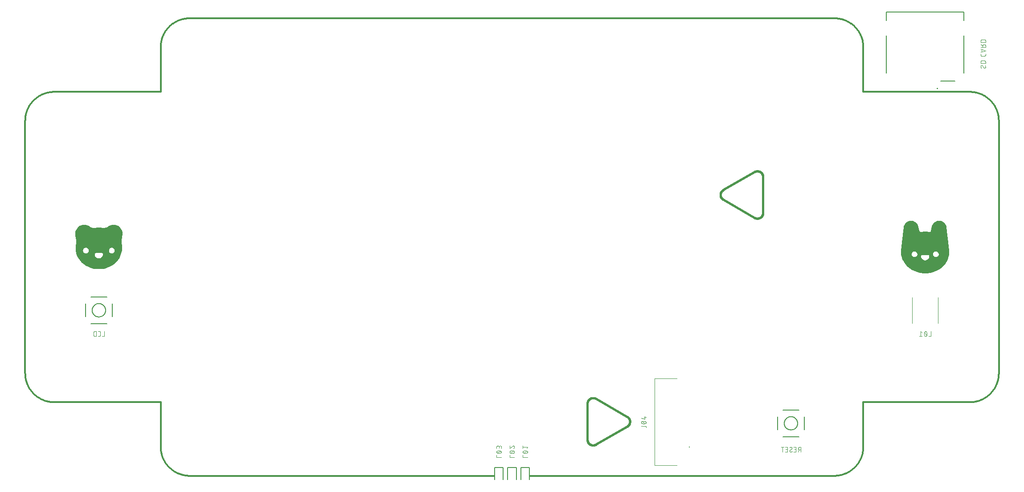
<source format=gbr>
G04 EAGLE Gerber RS-274X export*
G75*
%MOMM*%
%FSLAX34Y34*%
%LPD*%
%INSilkscreen Bottom*%
%IPPOS*%
%AMOC8*
5,1,8,0,0,1.08239X$1,22.5*%
G01*
%ADD10C,0.400000*%
%ADD11C,0.076200*%
%ADD12C,0.300000*%
%ADD13C,0.200000*%
%ADD14C,0.100000*%
%ADD15C,0.203200*%

G36*
X787962Y-49959D02*
X787962Y-49959D01*
X787965Y-49957D01*
X787967Y-49959D01*
X793851Y-49278D01*
X793854Y-49276D01*
X793856Y-49278D01*
X798194Y-48320D01*
X798196Y-48318D01*
X798198Y-48319D01*
X802433Y-46980D01*
X802435Y-46977D01*
X802438Y-46979D01*
X806537Y-45261D01*
X806538Y-45258D01*
X806541Y-45259D01*
X810466Y-43173D01*
X810467Y-43170D01*
X810470Y-43171D01*
X814175Y-40721D01*
X814177Y-40718D01*
X814179Y-40718D01*
X817623Y-37912D01*
X817623Y-37908D01*
X817626Y-37909D01*
X820769Y-34764D01*
X820770Y-34761D01*
X820773Y-34761D01*
X823570Y-31306D01*
X823570Y-31301D01*
X823573Y-31301D01*
X825975Y-27564D01*
X825974Y-27560D01*
X825978Y-27559D01*
X827937Y-23573D01*
X827936Y-23569D01*
X827939Y-23568D01*
X829188Y-20172D01*
X829187Y-20168D01*
X829190Y-20167D01*
X830104Y-16666D01*
X830104Y-16664D01*
X830105Y-16663D01*
X830302Y-15654D01*
X830301Y-15652D01*
X830302Y-15651D01*
X830733Y-12463D01*
X830732Y-12461D01*
X830733Y-12460D01*
X830866Y-10276D01*
X830865Y-10274D01*
X830866Y-10273D01*
X830868Y-8223D01*
X830867Y-8221D01*
X830868Y-8220D01*
X830743Y-6174D01*
X830742Y-6173D01*
X830743Y-6172D01*
X830723Y-5964D01*
X830723Y-5963D01*
X830700Y-5755D01*
X828261Y15696D01*
X825821Y37146D01*
X825819Y37148D01*
X825821Y37150D01*
X825371Y39612D01*
X825366Y39617D01*
X825368Y39621D01*
X824492Y41966D01*
X824486Y41969D01*
X824488Y41974D01*
X823212Y44128D01*
X823206Y44130D01*
X823207Y44135D01*
X821572Y46031D01*
X821566Y46032D01*
X821566Y46037D01*
X819623Y47616D01*
X819616Y47616D01*
X819615Y47620D01*
X817425Y48832D01*
X817418Y48831D01*
X817417Y48836D01*
X815047Y49643D01*
X815041Y49641D01*
X815038Y49645D01*
X812563Y50022D01*
X812558Y50019D01*
X812555Y50023D01*
X810052Y49958D01*
X810047Y49954D01*
X810043Y49957D01*
X807591Y49454D01*
X807587Y49449D01*
X807583Y49451D01*
X805257Y48523D01*
X805254Y48518D01*
X805249Y48519D01*
X803124Y47197D01*
X803121Y47191D01*
X803117Y47192D01*
X801257Y45515D01*
X801256Y45509D01*
X801251Y45509D01*
X799716Y43532D01*
X799715Y43525D01*
X799711Y43524D01*
X798547Y41308D01*
X798548Y41301D01*
X798544Y41300D01*
X797789Y38913D01*
X797790Y38910D01*
X797788Y38909D01*
X797750Y38744D01*
X797710Y38581D01*
X797711Y38581D01*
X797710Y38581D01*
X796833Y34900D01*
X795958Y31222D01*
X795676Y30466D01*
X795221Y29804D01*
X794619Y29273D01*
X793906Y28903D01*
X793125Y28717D01*
X792318Y28727D01*
X787449Y29165D01*
X787446Y29163D01*
X787445Y29165D01*
X782555Y29165D01*
X782553Y29163D01*
X782551Y29165D01*
X777683Y28727D01*
X776876Y28717D01*
X776095Y28902D01*
X775382Y29272D01*
X774781Y29804D01*
X774327Y30466D01*
X774046Y31221D01*
X773168Y34900D01*
X772290Y38581D01*
X772250Y38744D01*
X772212Y38909D01*
X772210Y38911D01*
X772211Y38913D01*
X771456Y41300D01*
X771451Y41304D01*
X771453Y41308D01*
X770290Y43525D01*
X770284Y43528D01*
X770285Y43532D01*
X768750Y45510D01*
X768743Y45512D01*
X768744Y45517D01*
X766884Y47193D01*
X766877Y47194D01*
X766877Y47198D01*
X764751Y48521D01*
X764745Y48521D01*
X764743Y48525D01*
X762418Y49453D01*
X762412Y49451D01*
X762410Y49456D01*
X759957Y49960D01*
X759951Y49957D01*
X759948Y49961D01*
X757445Y50025D01*
X757440Y50021D01*
X757437Y50024D01*
X754961Y49647D01*
X754957Y49642D01*
X754953Y49645D01*
X752583Y48838D01*
X752579Y48832D01*
X752575Y48834D01*
X750384Y47622D01*
X750381Y47616D01*
X750377Y47617D01*
X748433Y46038D01*
X748432Y46032D01*
X748427Y46032D01*
X746792Y44136D01*
X746792Y44130D01*
X746787Y44129D01*
X745511Y41974D01*
X745512Y41969D01*
X745509Y41967D01*
X745508Y41967D01*
X744631Y39621D01*
X744633Y39615D01*
X744629Y39613D01*
X744179Y37150D01*
X744181Y37147D01*
X744179Y37146D01*
X741740Y15696D01*
X739300Y-5755D01*
X739300Y-5756D01*
X739279Y-5964D01*
X739258Y-6172D01*
X739258Y-6173D01*
X739257Y-6174D01*
X739132Y-8218D01*
X739134Y-8220D01*
X739132Y-8221D01*
X739134Y-10269D01*
X739135Y-10271D01*
X739134Y-10272D01*
X739267Y-12456D01*
X739268Y-12458D01*
X739267Y-12459D01*
X739529Y-14632D01*
X739531Y-14633D01*
X739530Y-14635D01*
X739896Y-16662D01*
X739898Y-16664D01*
X739896Y-16666D01*
X740808Y-20162D01*
X740811Y-20164D01*
X740810Y-20166D01*
X742054Y-23557D01*
X742058Y-23560D01*
X742056Y-23562D01*
X744017Y-27549D01*
X744020Y-27551D01*
X744019Y-27554D01*
X746421Y-31292D01*
X746425Y-31293D01*
X746424Y-31296D01*
X749221Y-34752D01*
X749225Y-34753D01*
X749225Y-34756D01*
X752367Y-37902D01*
X752371Y-37902D01*
X752370Y-37905D01*
X755815Y-40713D01*
X755818Y-40713D01*
X755819Y-40716D01*
X759525Y-43167D01*
X759528Y-43167D01*
X759529Y-43170D01*
X763455Y-45257D01*
X763458Y-45257D01*
X763459Y-45259D01*
X767559Y-46979D01*
X767562Y-46978D01*
X767563Y-46980D01*
X771800Y-48319D01*
X771803Y-48318D01*
X771804Y-48321D01*
X776144Y-49278D01*
X776147Y-49276D01*
X776149Y-49279D01*
X782033Y-49959D01*
X782036Y-49957D01*
X782038Y-49959D01*
X787962Y-49959D01*
G37*
G36*
X-782196Y-42014D02*
X-782196Y-42014D01*
X-782193Y-42017D01*
X-776621Y-41378D01*
X-776620Y-41377D01*
X-776618Y-41377D01*
X-776618Y-41376D01*
X-776616Y-41378D01*
X-772507Y-40480D01*
X-772505Y-40477D01*
X-772503Y-40479D01*
X-768488Y-39223D01*
X-768486Y-39220D01*
X-768484Y-39221D01*
X-764596Y-37612D01*
X-764594Y-37610D01*
X-764592Y-37611D01*
X-760865Y-35657D01*
X-760864Y-35653D01*
X-760861Y-35654D01*
X-757336Y-33360D01*
X-757335Y-33356D01*
X-757332Y-33357D01*
X-754047Y-30730D01*
X-754046Y-30726D01*
X-754044Y-30727D01*
X-751034Y-27786D01*
X-751033Y-27782D01*
X-751030Y-27782D01*
X-748335Y-24550D01*
X-748335Y-24546D01*
X-748332Y-24546D01*
X-745997Y-21048D01*
X-745998Y-21044D01*
X-745995Y-21043D01*
X-744061Y-17309D01*
X-744061Y-17307D01*
X-744062Y-17307D01*
X-744062Y-17305D01*
X-744059Y-17305D01*
X-742989Y-14657D01*
X-742990Y-14655D01*
X-742988Y-14654D01*
X-742127Y-11931D01*
X-742126Y-11930D01*
X-742127Y-11928D01*
X-742126Y-11928D01*
X-741453Y-8996D01*
X-741455Y-8994D01*
X-741453Y-8993D01*
X-741137Y-6956D01*
X-741138Y-6954D01*
X-741137Y-6953D01*
X-740937Y-4901D01*
X-740939Y-4899D01*
X-740937Y-4898D01*
X-740859Y-2906D01*
X-740860Y-2904D01*
X-740859Y-2903D01*
X-740891Y-909D01*
X-740892Y-908D01*
X-740891Y-907D01*
X-740946Y-66D01*
X-740948Y-65D01*
X-740947Y-64D01*
X-741036Y774D01*
X-741775Y9425D01*
X-741718Y13746D01*
X-741178Y18033D01*
X-740954Y19104D01*
X-740671Y20163D01*
X-740672Y20165D01*
X-740670Y20165D01*
X-740083Y22998D01*
X-740085Y23004D01*
X-740082Y23007D01*
X-739974Y25898D01*
X-739978Y25903D01*
X-739975Y25906D01*
X-740350Y28775D01*
X-740354Y28779D01*
X-740352Y28783D01*
X-741200Y31549D01*
X-741205Y31552D01*
X-741203Y31556D01*
X-742499Y34143D01*
X-742505Y34146D01*
X-742504Y34150D01*
X-744213Y36484D01*
X-744219Y36486D01*
X-744218Y36490D01*
X-746293Y38508D01*
X-746299Y38508D01*
X-746299Y38513D01*
X-748680Y40156D01*
X-748686Y40156D01*
X-748687Y40160D01*
X-751308Y41385D01*
X-751315Y41383D01*
X-751316Y41387D01*
X-754105Y42158D01*
X-754111Y42156D01*
X-754113Y42159D01*
X-756991Y42455D01*
X-756996Y42452D01*
X-756999Y42455D01*
X-759886Y42267D01*
X-759891Y42263D01*
X-759895Y42266D01*
X-762710Y41600D01*
X-762714Y41595D01*
X-762718Y41597D01*
X-765383Y40472D01*
X-765386Y40466D01*
X-765390Y40468D01*
X-767831Y38914D01*
X-767831Y38913D01*
X-767832Y38914D01*
X-769136Y38044D01*
X-770535Y37346D01*
X-772010Y36828D01*
X-774318Y36397D01*
X-776667Y36385D01*
X-782207Y37021D01*
X-782211Y37019D01*
X-782213Y37021D01*
X-787792Y37021D01*
X-787796Y37019D01*
X-787798Y37021D01*
X-793338Y36385D01*
X-795687Y36397D01*
X-797996Y36829D01*
X-799472Y37346D01*
X-800872Y38044D01*
X-802177Y38914D01*
X-804618Y40469D01*
X-804624Y40469D01*
X-804625Y40473D01*
X-807291Y41600D01*
X-807297Y41599D01*
X-807298Y41603D01*
X-810114Y42270D01*
X-810120Y42268D01*
X-810123Y42271D01*
X-813010Y42460D01*
X-813015Y42457D01*
X-813019Y42460D01*
X-815897Y42165D01*
X-815902Y42161D01*
X-815905Y42163D01*
X-818695Y41393D01*
X-818699Y41388D01*
X-818703Y41390D01*
X-821325Y40166D01*
X-821328Y40161D01*
X-821332Y40162D01*
X-823714Y38518D01*
X-823716Y38512D01*
X-823720Y38513D01*
X-825794Y36495D01*
X-825795Y36489D01*
X-825800Y36489D01*
X-827509Y34154D01*
X-827509Y34147D01*
X-827513Y34147D01*
X-828810Y31559D01*
X-828809Y31553D01*
X-828813Y31552D01*
X-829660Y28785D01*
X-829658Y28780D01*
X-829661Y28777D01*
X-829662Y28777D01*
X-830037Y25907D01*
X-830034Y25902D01*
X-830037Y25899D01*
X-829928Y23007D01*
X-829924Y23002D01*
X-829927Y22999D01*
X-829338Y20165D01*
X-829337Y20164D01*
X-829338Y20163D01*
X-829054Y19104D01*
X-828827Y18033D01*
X-828287Y13746D01*
X-828231Y9425D01*
X-828969Y774D01*
X-829058Y-64D01*
X-829057Y-65D01*
X-829058Y-66D01*
X-829114Y-907D01*
X-829113Y-908D01*
X-829114Y-909D01*
X-829147Y-2901D01*
X-829146Y-2903D01*
X-829147Y-2904D01*
X-829068Y-4895D01*
X-829066Y-4897D01*
X-829068Y-4898D01*
X-828869Y-6948D01*
X-828868Y-6949D01*
X-828869Y-6951D01*
X-828552Y-8986D01*
X-828551Y-8987D01*
X-828552Y-8988D01*
X-828246Y-10464D01*
X-828245Y-10465D01*
X-828246Y-10466D01*
X-827879Y-11929D01*
X-827877Y-11930D01*
X-827878Y-11931D01*
X-827020Y-14648D01*
X-827018Y-14650D01*
X-827019Y-14652D01*
X-825953Y-17294D01*
X-825950Y-17296D01*
X-825951Y-17298D01*
X-824017Y-21034D01*
X-824013Y-21036D01*
X-824014Y-21039D01*
X-821680Y-24539D01*
X-821676Y-24540D01*
X-821677Y-24543D01*
X-818982Y-27777D01*
X-818979Y-27778D01*
X-818979Y-27781D01*
X-815968Y-30723D01*
X-815965Y-30724D01*
X-815965Y-30727D01*
X-812678Y-33353D01*
X-812675Y-33353D01*
X-812674Y-33356D01*
X-809148Y-35651D01*
X-809145Y-35651D01*
X-809144Y-35653D01*
X-805417Y-37608D01*
X-805414Y-37608D01*
X-805413Y-37610D01*
X-801524Y-39221D01*
X-801521Y-39221D01*
X-801520Y-39223D01*
X-797505Y-40478D01*
X-797501Y-40477D01*
X-797500Y-40479D01*
X-793390Y-41377D01*
X-793387Y-41376D01*
X-793387Y-41377D01*
X-793386Y-41377D01*
X-793385Y-41378D01*
X-787813Y-42017D01*
X-787809Y-42014D01*
X-787808Y-42017D01*
X-782199Y-42017D01*
X-782196Y-42014D01*
G37*
%LPC*%
G36*
X784196Y-25133D02*
X784196Y-25133D01*
X782620Y-24806D01*
X781144Y-24167D01*
X779828Y-23241D01*
X778728Y-22067D01*
X777889Y-20695D01*
X777345Y-19180D01*
X777121Y-17587D01*
X777147Y-17122D01*
X777262Y-16671D01*
X777532Y-16135D01*
X777924Y-15681D01*
X778414Y-15335D01*
X778974Y-15119D01*
X779572Y-15045D01*
X790428Y-15045D01*
X791026Y-15120D01*
X791586Y-15336D01*
X792076Y-15681D01*
X792468Y-16135D01*
X792738Y-16671D01*
X792852Y-17122D01*
X792879Y-17587D01*
X792655Y-19180D01*
X792112Y-20695D01*
X791272Y-22067D01*
X790172Y-23241D01*
X788856Y-24167D01*
X787380Y-24806D01*
X785805Y-25133D01*
X784196Y-25133D01*
G37*
%LPD*%
%LPC*%
G36*
X-785809Y-21316D02*
X-785809Y-21316D01*
X-787384Y-20990D01*
X-788860Y-20350D01*
X-790176Y-19424D01*
X-791276Y-18251D01*
X-792116Y-16878D01*
X-792659Y-15364D01*
X-792883Y-13771D01*
X-792816Y-13106D01*
X-792572Y-12485D01*
X-792169Y-11952D01*
X-791661Y-11560D01*
X-791068Y-11313D01*
X-790429Y-11229D01*
X-779576Y-11229D01*
X-778937Y-11313D01*
X-778344Y-11560D01*
X-777836Y-11952D01*
X-777521Y-12341D01*
X-777291Y-12787D01*
X-777158Y-13270D01*
X-777125Y-13771D01*
X-777350Y-15364D01*
X-777893Y-16878D01*
X-778732Y-18251D01*
X-779832Y-19424D01*
X-781148Y-20350D01*
X-782624Y-20990D01*
X-784200Y-21316D01*
X-785809Y-21316D01*
G37*
%LPD*%
%LPC*%
G36*
X764115Y-19099D02*
X764115Y-19099D01*
X762936Y-18832D01*
X761845Y-18313D01*
X760896Y-17565D01*
X760135Y-16627D01*
X759615Y-15586D01*
X759328Y-14458D01*
X759287Y-13295D01*
X759495Y-12150D01*
X759940Y-11075D01*
X760604Y-10119D01*
X761457Y-9326D01*
X762458Y-8733D01*
X763562Y-8365D01*
X764719Y-8241D01*
X765876Y-8365D01*
X766980Y-8733D01*
X767981Y-9326D01*
X768834Y-10119D01*
X769498Y-11075D01*
X769944Y-12150D01*
X770151Y-13295D01*
X770110Y-14458D01*
X769823Y-15586D01*
X769303Y-16627D01*
X768542Y-17565D01*
X767593Y-18313D01*
X766502Y-18832D01*
X765323Y-19099D01*
X764115Y-19099D01*
G37*
%LPD*%
%LPC*%
G36*
X804678Y-19102D02*
X804678Y-19102D01*
X803499Y-18835D01*
X802408Y-18315D01*
X801459Y-17566D01*
X800699Y-16627D01*
X800179Y-15586D01*
X799892Y-14458D01*
X799851Y-13295D01*
X800058Y-12150D01*
X800504Y-11075D01*
X801168Y-10120D01*
X802020Y-9327D01*
X803021Y-8733D01*
X804125Y-8366D01*
X805282Y-8242D01*
X806439Y-8366D01*
X807543Y-8733D01*
X808544Y-9327D01*
X809396Y-10120D01*
X810060Y-11075D01*
X810506Y-12150D01*
X810713Y-13295D01*
X810672Y-14458D01*
X810385Y-15586D01*
X809865Y-16627D01*
X809105Y-17566D01*
X808156Y-18315D01*
X807065Y-18835D01*
X805886Y-19102D01*
X804678Y-19102D01*
G37*
%LPD*%
%LPC*%
G36*
X-810575Y-12122D02*
X-810575Y-12122D01*
X-811500Y-11870D01*
X-812582Y-11327D01*
X-813517Y-10559D01*
X-814259Y-9603D01*
X-814770Y-8506D01*
X-815027Y-7324D01*
X-815015Y-6114D01*
X-814737Y-4936D01*
X-814204Y-3849D01*
X-813445Y-2907D01*
X-812495Y-2157D01*
X-811404Y-1635D01*
X-810224Y-1367D01*
X-809013Y-1367D01*
X-807833Y-1635D01*
X-806742Y-2157D01*
X-805792Y-2907D01*
X-805033Y-3849D01*
X-804501Y-4936D01*
X-804222Y-6114D01*
X-804210Y-7324D01*
X-804467Y-8506D01*
X-804978Y-9603D01*
X-805720Y-10559D01*
X-806655Y-11327D01*
X-807737Y-11870D01*
X-808663Y-12122D01*
X-809619Y-12206D01*
X-810575Y-12122D01*
G37*
%LPD*%
%LPC*%
G36*
X-761343Y-12122D02*
X-761343Y-12122D01*
X-762269Y-11870D01*
X-763350Y-11328D01*
X-764283Y-10560D01*
X-765024Y-9604D01*
X-765535Y-8508D01*
X-765791Y-7327D01*
X-765779Y-6118D01*
X-765501Y-4941D01*
X-764969Y-3856D01*
X-764210Y-2914D01*
X-763261Y-2165D01*
X-762170Y-1643D01*
X-760991Y-1376D01*
X-759782Y-1376D01*
X-758603Y-1643D01*
X-757513Y-2165D01*
X-756564Y-2914D01*
X-755805Y-3856D01*
X-755273Y-4941D01*
X-754994Y-6118D01*
X-754983Y-7327D01*
X-755239Y-8508D01*
X-755749Y-9604D01*
X-756490Y-10560D01*
X-757424Y-11328D01*
X-758505Y-11870D01*
X-759431Y-12122D01*
X-760387Y-12207D01*
X-761343Y-12122D01*
G37*
%LPD*%
D10*
X159334Y-375421D02*
X218642Y-341180D01*
X218642Y-341179D02*
X218867Y-341046D01*
X219089Y-340907D01*
X219307Y-340762D01*
X219522Y-340612D01*
X219733Y-340457D01*
X219940Y-340297D01*
X220144Y-340132D01*
X220343Y-339962D01*
X220538Y-339788D01*
X220729Y-339608D01*
X220915Y-339424D01*
X221097Y-339236D01*
X221274Y-339043D01*
X221446Y-338845D01*
X221614Y-338644D01*
X221777Y-338439D01*
X221934Y-338230D01*
X222086Y-338017D01*
X222234Y-337800D01*
X222375Y-337580D01*
X222512Y-337356D01*
X222643Y-337130D01*
X222768Y-336900D01*
X222888Y-336667D01*
X223002Y-336431D01*
X223110Y-336192D01*
X223213Y-335951D01*
X223309Y-335708D01*
X223400Y-335462D01*
X223484Y-335214D01*
X223563Y-334965D01*
X223635Y-334713D01*
X223702Y-334460D01*
X223762Y-334205D01*
X223815Y-333948D01*
X223863Y-333691D01*
X223904Y-333432D01*
X223939Y-333173D01*
X223968Y-332912D01*
X223990Y-332651D01*
X224006Y-332390D01*
X224016Y-332128D01*
X224019Y-331866D01*
X224016Y-331604D01*
X224006Y-331343D01*
X223990Y-331081D01*
X223968Y-330820D01*
X223939Y-330560D01*
X223904Y-330301D01*
X223863Y-330042D01*
X223816Y-329784D01*
X223762Y-329528D01*
X223702Y-329273D01*
X223636Y-329020D01*
X223563Y-328768D01*
X223485Y-328518D01*
X223400Y-328270D01*
X223310Y-328025D01*
X223213Y-327781D01*
X223111Y-327540D01*
X223002Y-327302D01*
X222888Y-327066D01*
X222769Y-326833D01*
X222643Y-326603D01*
X222512Y-326376D01*
X222376Y-326153D01*
X222234Y-325933D01*
X222087Y-325716D01*
X221934Y-325503D01*
X221777Y-325294D01*
X221614Y-325088D01*
X221447Y-324887D01*
X221275Y-324690D01*
X221097Y-324497D01*
X220916Y-324308D01*
X220729Y-324124D01*
X220539Y-323945D01*
X220344Y-323770D01*
X220144Y-323600D01*
X219941Y-323435D01*
X219734Y-323275D01*
X219523Y-323120D01*
X219308Y-322970D01*
X219089Y-322826D01*
X218868Y-322687D01*
X218642Y-322553D01*
X218643Y-322553D02*
X159335Y-288308D01*
X159335Y-288307D02*
X159106Y-288179D01*
X158875Y-288056D01*
X158641Y-287939D01*
X158403Y-287828D01*
X158164Y-287723D01*
X157921Y-287623D01*
X157677Y-287530D01*
X157430Y-287442D01*
X157181Y-287361D01*
X156930Y-287285D01*
X156678Y-287216D01*
X156423Y-287153D01*
X156168Y-287096D01*
X155911Y-287045D01*
X155653Y-287001D01*
X155394Y-286962D01*
X155134Y-286931D01*
X154873Y-286905D01*
X154612Y-286886D01*
X154350Y-286873D01*
X154088Y-286867D01*
X153826Y-286867D01*
X153564Y-286873D01*
X153303Y-286886D01*
X153042Y-286905D01*
X152781Y-286930D01*
X152521Y-286962D01*
X152262Y-287000D01*
X152004Y-287045D01*
X151747Y-287096D01*
X151491Y-287152D01*
X151237Y-287216D01*
X150984Y-287285D01*
X150734Y-287360D01*
X150485Y-287442D01*
X150238Y-287530D01*
X149993Y-287623D01*
X149751Y-287723D01*
X149511Y-287828D01*
X149274Y-287939D01*
X149040Y-288056D01*
X148808Y-288179D01*
X148580Y-288307D01*
X148355Y-288440D01*
X148133Y-288580D01*
X147914Y-288724D01*
X147699Y-288874D01*
X147488Y-289029D01*
X147281Y-289189D01*
X147078Y-289354D01*
X146878Y-289524D01*
X146683Y-289699D01*
X146492Y-289878D01*
X146306Y-290062D01*
X146124Y-290251D01*
X145947Y-290444D01*
X145775Y-290641D01*
X145607Y-290842D01*
X145445Y-291048D01*
X145287Y-291257D01*
X145135Y-291470D01*
X144988Y-291686D01*
X144846Y-291907D01*
X144709Y-292130D01*
X144578Y-292357D01*
X144453Y-292587D01*
X144333Y-292820D01*
X144219Y-293056D01*
X144111Y-293294D01*
X144008Y-293535D01*
X143912Y-293779D01*
X143821Y-294024D01*
X143737Y-294272D01*
X143658Y-294522D01*
X143586Y-294774D01*
X143519Y-295027D01*
X143459Y-295282D01*
X143406Y-295539D01*
X143358Y-295796D01*
X143317Y-296055D01*
X143282Y-296314D01*
X143253Y-296575D01*
X143231Y-296836D01*
X143215Y-297097D01*
X143205Y-297359D01*
X143202Y-297621D01*
X143203Y-297621D02*
X143203Y-366107D01*
X143206Y-366369D01*
X143216Y-366630D01*
X143232Y-366892D01*
X143254Y-367153D01*
X143283Y-367413D01*
X143318Y-367673D01*
X143359Y-367931D01*
X143406Y-368189D01*
X143460Y-368445D01*
X143520Y-368700D01*
X143587Y-368953D01*
X143659Y-369205D01*
X143737Y-369455D01*
X143822Y-369703D01*
X143913Y-369949D01*
X144009Y-370192D01*
X144112Y-370433D01*
X144220Y-370672D01*
X144334Y-370907D01*
X144454Y-371140D01*
X144579Y-371370D01*
X144710Y-371597D01*
X144846Y-371820D01*
X144988Y-372041D01*
X145135Y-372257D01*
X145288Y-372470D01*
X145445Y-372679D01*
X145608Y-372885D01*
X145775Y-373086D01*
X145948Y-373283D01*
X146125Y-373476D01*
X146307Y-373665D01*
X146493Y-373849D01*
X146684Y-374028D01*
X146879Y-374203D01*
X147078Y-374373D01*
X147281Y-374538D01*
X147488Y-374698D01*
X147700Y-374853D01*
X147914Y-375003D01*
X148133Y-375147D01*
X148355Y-375286D01*
X148580Y-375420D01*
X148808Y-375548D01*
X149040Y-375671D01*
X149274Y-375788D01*
X149511Y-375899D01*
X149751Y-376004D01*
X149993Y-376104D01*
X150238Y-376197D01*
X150485Y-376285D01*
X150734Y-376367D01*
X150984Y-376442D01*
X151237Y-376511D01*
X151491Y-376574D01*
X151747Y-376631D01*
X152004Y-376682D01*
X152262Y-376727D01*
X152521Y-376765D01*
X152781Y-376796D01*
X153041Y-376822D01*
X153303Y-376841D01*
X153564Y-376854D01*
X153826Y-376860D01*
X154088Y-376860D01*
X154350Y-376854D01*
X154611Y-376841D01*
X154872Y-376822D01*
X155133Y-376796D01*
X155393Y-376765D01*
X155652Y-376727D01*
X155910Y-376682D01*
X156167Y-376631D01*
X156423Y-376574D01*
X156677Y-376511D01*
X156930Y-376442D01*
X157180Y-376367D01*
X157429Y-376285D01*
X157676Y-376197D01*
X157921Y-376104D01*
X158163Y-376004D01*
X158403Y-375899D01*
X158640Y-375788D01*
X158874Y-375671D01*
X159106Y-375548D01*
X159334Y-375420D01*
D11*
X548738Y-380381D02*
X548738Y-389619D01*
X548738Y-380381D02*
X546172Y-380381D01*
X546073Y-380383D01*
X545973Y-380389D01*
X545874Y-380398D01*
X545776Y-380412D01*
X545678Y-380429D01*
X545580Y-380450D01*
X545484Y-380475D01*
X545389Y-380504D01*
X545294Y-380536D01*
X545202Y-380572D01*
X545110Y-380611D01*
X545020Y-380654D01*
X544932Y-380700D01*
X544846Y-380750D01*
X544762Y-380803D01*
X544680Y-380859D01*
X544600Y-380919D01*
X544523Y-380981D01*
X544448Y-381047D01*
X544375Y-381115D01*
X544306Y-381186D01*
X544239Y-381260D01*
X544175Y-381336D01*
X544114Y-381415D01*
X544056Y-381496D01*
X544001Y-381579D01*
X543950Y-381664D01*
X543902Y-381751D01*
X543857Y-381840D01*
X543816Y-381931D01*
X543778Y-382023D01*
X543744Y-382116D01*
X543714Y-382211D01*
X543687Y-382307D01*
X543664Y-382404D01*
X543645Y-382501D01*
X543630Y-382600D01*
X543618Y-382699D01*
X543610Y-382798D01*
X543606Y-382897D01*
X543606Y-382997D01*
X543610Y-383096D01*
X543618Y-383195D01*
X543630Y-383294D01*
X543645Y-383393D01*
X543664Y-383490D01*
X543687Y-383587D01*
X543714Y-383683D01*
X543744Y-383778D01*
X543778Y-383871D01*
X543816Y-383963D01*
X543857Y-384054D01*
X543902Y-384143D01*
X543950Y-384230D01*
X544001Y-384315D01*
X544056Y-384398D01*
X544114Y-384479D01*
X544175Y-384558D01*
X544239Y-384634D01*
X544306Y-384708D01*
X544375Y-384779D01*
X544448Y-384847D01*
X544523Y-384913D01*
X544600Y-384975D01*
X544680Y-385035D01*
X544762Y-385091D01*
X544846Y-385144D01*
X544932Y-385194D01*
X545020Y-385240D01*
X545110Y-385283D01*
X545202Y-385322D01*
X545294Y-385358D01*
X545389Y-385390D01*
X545484Y-385419D01*
X545580Y-385444D01*
X545678Y-385465D01*
X545776Y-385482D01*
X545874Y-385496D01*
X545973Y-385505D01*
X546073Y-385511D01*
X546172Y-385513D01*
X548738Y-385513D01*
X545658Y-385513D02*
X543606Y-389619D01*
X539477Y-389619D02*
X535371Y-389619D01*
X539477Y-389619D02*
X539477Y-380381D01*
X535371Y-380381D01*
X536398Y-384487D02*
X539477Y-384487D01*
X529215Y-389619D02*
X529125Y-389617D01*
X529036Y-389611D01*
X528947Y-389601D01*
X528859Y-389588D01*
X528771Y-389570D01*
X528684Y-389549D01*
X528598Y-389524D01*
X528513Y-389495D01*
X528429Y-389463D01*
X528347Y-389427D01*
X528267Y-389387D01*
X528189Y-389344D01*
X528112Y-389297D01*
X528037Y-389248D01*
X527965Y-389195D01*
X527895Y-389139D01*
X527828Y-389080D01*
X527763Y-389018D01*
X527701Y-388953D01*
X527642Y-388886D01*
X527586Y-388816D01*
X527533Y-388744D01*
X527484Y-388669D01*
X527437Y-388593D01*
X527394Y-388514D01*
X527354Y-388434D01*
X527318Y-388352D01*
X527286Y-388268D01*
X527257Y-388183D01*
X527232Y-388097D01*
X527211Y-388010D01*
X527193Y-387923D01*
X527180Y-387834D01*
X527170Y-387745D01*
X527164Y-387656D01*
X527162Y-387566D01*
X529215Y-389619D02*
X529342Y-389617D01*
X529469Y-389612D01*
X529595Y-389602D01*
X529721Y-389589D01*
X529847Y-389573D01*
X529972Y-389552D01*
X530097Y-389528D01*
X530220Y-389501D01*
X530343Y-389470D01*
X530465Y-389435D01*
X530586Y-389397D01*
X530706Y-389355D01*
X530824Y-389309D01*
X530941Y-389261D01*
X531057Y-389208D01*
X531171Y-389153D01*
X531283Y-389094D01*
X531394Y-389032D01*
X531503Y-388967D01*
X531609Y-388898D01*
X531714Y-388827D01*
X531817Y-388752D01*
X531917Y-388674D01*
X532015Y-388594D01*
X532111Y-388511D01*
X532204Y-388425D01*
X532294Y-388336D01*
X532038Y-382434D02*
X532036Y-382344D01*
X532030Y-382255D01*
X532020Y-382166D01*
X532007Y-382078D01*
X531989Y-381990D01*
X531968Y-381903D01*
X531943Y-381817D01*
X531914Y-381732D01*
X531882Y-381648D01*
X531846Y-381566D01*
X531806Y-381486D01*
X531763Y-381408D01*
X531716Y-381331D01*
X531667Y-381256D01*
X531614Y-381184D01*
X531558Y-381114D01*
X531499Y-381047D01*
X531437Y-380982D01*
X531372Y-380920D01*
X531305Y-380861D01*
X531235Y-380805D01*
X531163Y-380752D01*
X531088Y-380703D01*
X531012Y-380656D01*
X530933Y-380613D01*
X530853Y-380573D01*
X530771Y-380537D01*
X530687Y-380505D01*
X530602Y-380476D01*
X530516Y-380451D01*
X530429Y-380430D01*
X530342Y-380412D01*
X530253Y-380399D01*
X530164Y-380389D01*
X530075Y-380383D01*
X529985Y-380381D01*
X529861Y-380383D01*
X529738Y-380389D01*
X529614Y-380399D01*
X529491Y-380413D01*
X529368Y-380431D01*
X529247Y-380452D01*
X529125Y-380478D01*
X529005Y-380508D01*
X528886Y-380541D01*
X528768Y-380579D01*
X528651Y-380620D01*
X528536Y-380664D01*
X528422Y-380713D01*
X528309Y-380765D01*
X528199Y-380821D01*
X528090Y-380880D01*
X527983Y-380943D01*
X527878Y-381009D01*
X527776Y-381078D01*
X527676Y-381151D01*
X531012Y-384230D02*
X531088Y-384183D01*
X531163Y-384132D01*
X531235Y-384078D01*
X531305Y-384021D01*
X531372Y-383961D01*
X531437Y-383898D01*
X531499Y-383833D01*
X531558Y-383765D01*
X531614Y-383694D01*
X531667Y-383621D01*
X531717Y-383546D01*
X531763Y-383468D01*
X531806Y-383389D01*
X531846Y-383308D01*
X531882Y-383225D01*
X531914Y-383141D01*
X531943Y-383056D01*
X531968Y-382969D01*
X531989Y-382882D01*
X532007Y-382793D01*
X532020Y-382704D01*
X532030Y-382614D01*
X532036Y-382524D01*
X532038Y-382434D01*
X528188Y-385770D02*
X528112Y-385817D01*
X528037Y-385868D01*
X527965Y-385922D01*
X527895Y-385979D01*
X527828Y-386039D01*
X527763Y-386102D01*
X527701Y-386167D01*
X527642Y-386235D01*
X527586Y-386306D01*
X527533Y-386379D01*
X527483Y-386454D01*
X527437Y-386532D01*
X527394Y-386611D01*
X527354Y-386692D01*
X527318Y-386775D01*
X527286Y-386859D01*
X527257Y-386944D01*
X527232Y-387031D01*
X527211Y-387118D01*
X527193Y-387207D01*
X527180Y-387296D01*
X527170Y-387386D01*
X527164Y-387476D01*
X527162Y-387566D01*
X528189Y-385770D02*
X531011Y-384230D01*
X523277Y-389619D02*
X519171Y-389619D01*
X523277Y-389619D02*
X523277Y-380381D01*
X519171Y-380381D01*
X520198Y-384487D02*
X523277Y-384487D01*
X513828Y-380381D02*
X513828Y-389619D01*
X516394Y-380381D02*
X511262Y-380381D01*
X795807Y-169619D02*
X795807Y-160381D01*
X795807Y-169619D02*
X791702Y-169619D01*
X788325Y-165000D02*
X788323Y-164818D01*
X788316Y-164637D01*
X788305Y-164455D01*
X788290Y-164274D01*
X788271Y-164093D01*
X788247Y-163913D01*
X788219Y-163734D01*
X788187Y-163555D01*
X788150Y-163377D01*
X788109Y-163200D01*
X788064Y-163024D01*
X788015Y-162849D01*
X787961Y-162675D01*
X787904Y-162503D01*
X787842Y-162332D01*
X787776Y-162162D01*
X787707Y-161994D01*
X787633Y-161828D01*
X787555Y-161664D01*
X787526Y-161585D01*
X787494Y-161508D01*
X787458Y-161432D01*
X787419Y-161357D01*
X787376Y-161284D01*
X787330Y-161214D01*
X787282Y-161145D01*
X787230Y-161079D01*
X787175Y-161015D01*
X787118Y-160954D01*
X787058Y-160895D01*
X786995Y-160838D01*
X786930Y-160785D01*
X786863Y-160735D01*
X786793Y-160687D01*
X786722Y-160643D01*
X786648Y-160602D01*
X786573Y-160564D01*
X786496Y-160530D01*
X786418Y-160499D01*
X786339Y-160472D01*
X786258Y-160448D01*
X786176Y-160427D01*
X786094Y-160411D01*
X786011Y-160398D01*
X785927Y-160388D01*
X785843Y-160383D01*
X785759Y-160381D01*
X785675Y-160383D01*
X785591Y-160388D01*
X785507Y-160398D01*
X785424Y-160411D01*
X785342Y-160427D01*
X785260Y-160448D01*
X785179Y-160472D01*
X785100Y-160499D01*
X785022Y-160530D01*
X784945Y-160564D01*
X784870Y-160602D01*
X784796Y-160643D01*
X784725Y-160687D01*
X784655Y-160735D01*
X784588Y-160785D01*
X784523Y-160838D01*
X784460Y-160895D01*
X784400Y-160953D01*
X784343Y-161015D01*
X784288Y-161079D01*
X784236Y-161145D01*
X784188Y-161214D01*
X784142Y-161284D01*
X784099Y-161357D01*
X784060Y-161431D01*
X784024Y-161508D01*
X783992Y-161585D01*
X783963Y-161664D01*
X783962Y-161664D02*
X783884Y-161828D01*
X783810Y-161994D01*
X783741Y-162162D01*
X783675Y-162332D01*
X783613Y-162503D01*
X783556Y-162675D01*
X783502Y-162849D01*
X783453Y-163024D01*
X783408Y-163200D01*
X783367Y-163377D01*
X783330Y-163555D01*
X783298Y-163734D01*
X783270Y-163913D01*
X783246Y-164093D01*
X783227Y-164274D01*
X783212Y-164455D01*
X783201Y-164637D01*
X783194Y-164818D01*
X783192Y-165000D01*
X788325Y-165000D02*
X788323Y-165182D01*
X788316Y-165363D01*
X788305Y-165545D01*
X788290Y-165726D01*
X788271Y-165907D01*
X788247Y-166087D01*
X788219Y-166266D01*
X788187Y-166445D01*
X788150Y-166623D01*
X788109Y-166800D01*
X788064Y-166976D01*
X788015Y-167151D01*
X787961Y-167325D01*
X787904Y-167497D01*
X787842Y-167668D01*
X787776Y-167838D01*
X787707Y-168006D01*
X787633Y-168172D01*
X787555Y-168336D01*
X787526Y-168415D01*
X787494Y-168492D01*
X787458Y-168569D01*
X787419Y-168643D01*
X787376Y-168716D01*
X787330Y-168786D01*
X787282Y-168855D01*
X787230Y-168921D01*
X787175Y-168985D01*
X787118Y-169047D01*
X787058Y-169105D01*
X786995Y-169162D01*
X786930Y-169215D01*
X786863Y-169265D01*
X786793Y-169313D01*
X786722Y-169357D01*
X786648Y-169398D01*
X786573Y-169436D01*
X786496Y-169470D01*
X786418Y-169501D01*
X786339Y-169528D01*
X786258Y-169552D01*
X786176Y-169573D01*
X786094Y-169589D01*
X786011Y-169602D01*
X785927Y-169612D01*
X785843Y-169617D01*
X785759Y-169619D01*
X783962Y-168336D02*
X783884Y-168172D01*
X783810Y-168006D01*
X783741Y-167838D01*
X783675Y-167668D01*
X783613Y-167497D01*
X783556Y-167325D01*
X783502Y-167151D01*
X783453Y-166976D01*
X783408Y-166800D01*
X783367Y-166623D01*
X783330Y-166445D01*
X783298Y-166266D01*
X783270Y-166087D01*
X783246Y-165907D01*
X783227Y-165726D01*
X783212Y-165545D01*
X783201Y-165363D01*
X783194Y-165182D01*
X783192Y-165000D01*
X783963Y-168336D02*
X783992Y-168415D01*
X784024Y-168492D01*
X784060Y-168569D01*
X784099Y-168643D01*
X784142Y-168716D01*
X784188Y-168786D01*
X784236Y-168855D01*
X784288Y-168921D01*
X784343Y-168985D01*
X784400Y-169047D01*
X784460Y-169105D01*
X784523Y-169162D01*
X784588Y-169215D01*
X784655Y-169265D01*
X784725Y-169313D01*
X784796Y-169357D01*
X784870Y-169398D01*
X784945Y-169436D01*
X785022Y-169470D01*
X785100Y-169501D01*
X785179Y-169528D01*
X785260Y-169552D01*
X785342Y-169573D01*
X785424Y-169589D01*
X785507Y-169602D01*
X785591Y-169612D01*
X785675Y-169617D01*
X785759Y-169619D01*
X787812Y-167566D02*
X783706Y-162434D01*
X779325Y-162434D02*
X776759Y-160381D01*
X776759Y-169619D01*
X779325Y-169619D02*
X774193Y-169619D01*
X252566Y-340092D02*
X245381Y-340092D01*
X252566Y-340092D02*
X252656Y-340094D01*
X252745Y-340100D01*
X252834Y-340110D01*
X252922Y-340123D01*
X253010Y-340141D01*
X253097Y-340162D01*
X253183Y-340187D01*
X253268Y-340216D01*
X253352Y-340248D01*
X253434Y-340284D01*
X253514Y-340324D01*
X253593Y-340367D01*
X253669Y-340414D01*
X253744Y-340463D01*
X253816Y-340516D01*
X253886Y-340572D01*
X253953Y-340631D01*
X254018Y-340693D01*
X254080Y-340758D01*
X254139Y-340825D01*
X254195Y-340895D01*
X254248Y-340967D01*
X254297Y-341042D01*
X254344Y-341119D01*
X254387Y-341197D01*
X254427Y-341277D01*
X254463Y-341359D01*
X254495Y-341443D01*
X254524Y-341528D01*
X254549Y-341614D01*
X254570Y-341701D01*
X254588Y-341789D01*
X254601Y-341877D01*
X254611Y-341966D01*
X254617Y-342055D01*
X254619Y-342145D01*
X254619Y-343172D01*
X250000Y-335960D02*
X249818Y-335958D01*
X249637Y-335951D01*
X249455Y-335940D01*
X249274Y-335925D01*
X249093Y-335906D01*
X248913Y-335882D01*
X248734Y-335854D01*
X248555Y-335822D01*
X248377Y-335785D01*
X248200Y-335744D01*
X248024Y-335699D01*
X247849Y-335650D01*
X247675Y-335596D01*
X247503Y-335539D01*
X247332Y-335477D01*
X247162Y-335411D01*
X246994Y-335342D01*
X246828Y-335268D01*
X246664Y-335190D01*
X246585Y-335161D01*
X246508Y-335129D01*
X246432Y-335093D01*
X246357Y-335054D01*
X246284Y-335011D01*
X246214Y-334965D01*
X246145Y-334917D01*
X246079Y-334865D01*
X246015Y-334810D01*
X245954Y-334753D01*
X245895Y-334693D01*
X245838Y-334630D01*
X245785Y-334565D01*
X245735Y-334498D01*
X245687Y-334428D01*
X245643Y-334357D01*
X245602Y-334283D01*
X245564Y-334208D01*
X245530Y-334131D01*
X245499Y-334053D01*
X245472Y-333974D01*
X245448Y-333893D01*
X245427Y-333811D01*
X245411Y-333729D01*
X245398Y-333646D01*
X245388Y-333562D01*
X245383Y-333478D01*
X245381Y-333394D01*
X245383Y-333310D01*
X245388Y-333226D01*
X245398Y-333142D01*
X245411Y-333059D01*
X245427Y-332977D01*
X245448Y-332895D01*
X245472Y-332814D01*
X245499Y-332735D01*
X245530Y-332657D01*
X245564Y-332580D01*
X245602Y-332505D01*
X245643Y-332431D01*
X245687Y-332360D01*
X245735Y-332290D01*
X245785Y-332223D01*
X245838Y-332158D01*
X245895Y-332095D01*
X245953Y-332035D01*
X246015Y-331978D01*
X246079Y-331923D01*
X246145Y-331871D01*
X246214Y-331823D01*
X246284Y-331777D01*
X246357Y-331734D01*
X246431Y-331695D01*
X246508Y-331659D01*
X246585Y-331627D01*
X246664Y-331598D01*
X246828Y-331520D01*
X246994Y-331446D01*
X247162Y-331377D01*
X247332Y-331311D01*
X247503Y-331249D01*
X247675Y-331192D01*
X247849Y-331138D01*
X248024Y-331089D01*
X248200Y-331044D01*
X248377Y-331003D01*
X248555Y-330966D01*
X248734Y-330934D01*
X248913Y-330906D01*
X249093Y-330882D01*
X249274Y-330863D01*
X249455Y-330848D01*
X249637Y-330837D01*
X249818Y-330830D01*
X250000Y-330828D01*
X250000Y-335960D02*
X250182Y-335958D01*
X250363Y-335951D01*
X250545Y-335940D01*
X250726Y-335925D01*
X250907Y-335906D01*
X251087Y-335882D01*
X251266Y-335854D01*
X251445Y-335822D01*
X251623Y-335785D01*
X251800Y-335744D01*
X251976Y-335699D01*
X252151Y-335650D01*
X252325Y-335596D01*
X252497Y-335539D01*
X252668Y-335477D01*
X252838Y-335411D01*
X253006Y-335342D01*
X253172Y-335268D01*
X253336Y-335190D01*
X253415Y-335161D01*
X253492Y-335129D01*
X253569Y-335093D01*
X253643Y-335054D01*
X253716Y-335011D01*
X253786Y-334965D01*
X253855Y-334917D01*
X253921Y-334865D01*
X253985Y-334810D01*
X254047Y-334753D01*
X254105Y-334693D01*
X254162Y-334630D01*
X254215Y-334565D01*
X254265Y-334498D01*
X254313Y-334428D01*
X254357Y-334357D01*
X254398Y-334283D01*
X254436Y-334208D01*
X254470Y-334131D01*
X254501Y-334053D01*
X254528Y-333974D01*
X254552Y-333893D01*
X254573Y-333811D01*
X254589Y-333729D01*
X254602Y-333646D01*
X254612Y-333562D01*
X254617Y-333478D01*
X254619Y-333394D01*
X253336Y-331598D02*
X253172Y-331520D01*
X253006Y-331446D01*
X252838Y-331377D01*
X252668Y-331311D01*
X252497Y-331249D01*
X252325Y-331192D01*
X252151Y-331138D01*
X251976Y-331089D01*
X251800Y-331044D01*
X251623Y-331003D01*
X251445Y-330966D01*
X251266Y-330934D01*
X251087Y-330906D01*
X250907Y-330882D01*
X250726Y-330863D01*
X250545Y-330848D01*
X250363Y-330837D01*
X250182Y-330830D01*
X250000Y-330828D01*
X253336Y-331598D02*
X253415Y-331627D01*
X253492Y-331659D01*
X253569Y-331695D01*
X253643Y-331734D01*
X253716Y-331777D01*
X253786Y-331823D01*
X253855Y-331871D01*
X253921Y-331923D01*
X253985Y-331978D01*
X254047Y-332035D01*
X254105Y-332095D01*
X254162Y-332158D01*
X254215Y-332223D01*
X254265Y-332290D01*
X254313Y-332360D01*
X254357Y-332431D01*
X254398Y-332505D01*
X254436Y-332580D01*
X254470Y-332657D01*
X254501Y-332735D01*
X254528Y-332814D01*
X254552Y-332895D01*
X254573Y-332977D01*
X254589Y-333059D01*
X254602Y-333142D01*
X254612Y-333226D01*
X254617Y-333310D01*
X254619Y-333394D01*
X252566Y-335447D02*
X247434Y-331341D01*
X252566Y-326960D02*
X245381Y-324908D01*
X252566Y-326960D02*
X252566Y-321828D01*
X250513Y-323368D02*
X254619Y-323368D01*
X890381Y343413D02*
X890383Y343503D01*
X890389Y343592D01*
X890399Y343681D01*
X890412Y343769D01*
X890430Y343857D01*
X890451Y343944D01*
X890476Y344030D01*
X890505Y344115D01*
X890537Y344199D01*
X890573Y344281D01*
X890613Y344361D01*
X890656Y344440D01*
X890703Y344516D01*
X890752Y344591D01*
X890805Y344663D01*
X890861Y344733D01*
X890920Y344800D01*
X890982Y344865D01*
X891047Y344927D01*
X891114Y344986D01*
X891184Y345042D01*
X891256Y345095D01*
X891331Y345144D01*
X891408Y345191D01*
X891486Y345234D01*
X891566Y345274D01*
X891648Y345310D01*
X891732Y345342D01*
X891817Y345371D01*
X891903Y345396D01*
X891990Y345417D01*
X892078Y345435D01*
X892166Y345448D01*
X892255Y345458D01*
X892344Y345464D01*
X892434Y345466D01*
X890381Y343413D02*
X890383Y343286D01*
X890388Y343159D01*
X890398Y343033D01*
X890411Y342907D01*
X890427Y342781D01*
X890448Y342656D01*
X890472Y342531D01*
X890499Y342408D01*
X890530Y342285D01*
X890565Y342163D01*
X890603Y342042D01*
X890645Y341922D01*
X890691Y341804D01*
X890739Y341687D01*
X890792Y341571D01*
X890847Y341457D01*
X890906Y341345D01*
X890968Y341234D01*
X891033Y341125D01*
X891102Y341019D01*
X891173Y340914D01*
X891248Y340811D01*
X891326Y340711D01*
X891406Y340613D01*
X891489Y340517D01*
X891575Y340424D01*
X891664Y340333D01*
X897566Y340590D02*
X897656Y340592D01*
X897745Y340598D01*
X897834Y340608D01*
X897923Y340621D01*
X898010Y340639D01*
X898097Y340660D01*
X898183Y340685D01*
X898268Y340714D01*
X898352Y340746D01*
X898434Y340782D01*
X898514Y340822D01*
X898593Y340865D01*
X898669Y340912D01*
X898744Y340961D01*
X898816Y341014D01*
X898886Y341070D01*
X898953Y341129D01*
X899018Y341191D01*
X899080Y341256D01*
X899139Y341323D01*
X899195Y341393D01*
X899248Y341465D01*
X899297Y341540D01*
X899344Y341617D01*
X899387Y341695D01*
X899427Y341775D01*
X899463Y341857D01*
X899495Y341941D01*
X899524Y342026D01*
X899549Y342112D01*
X899570Y342199D01*
X899588Y342287D01*
X899601Y342375D01*
X899611Y342464D01*
X899617Y342553D01*
X899619Y342643D01*
X899617Y342767D01*
X899611Y342891D01*
X899601Y343014D01*
X899587Y343137D01*
X899569Y343260D01*
X899547Y343381D01*
X899522Y343503D01*
X899492Y343623D01*
X899459Y343742D01*
X899421Y343860D01*
X899380Y343977D01*
X899336Y344092D01*
X899287Y344206D01*
X899235Y344319D01*
X899179Y344429D01*
X899120Y344538D01*
X899057Y344645D01*
X898991Y344750D01*
X898922Y344852D01*
X898849Y344952D01*
X895770Y341617D02*
X895817Y341541D01*
X895868Y341466D01*
X895922Y341394D01*
X895979Y341324D01*
X896039Y341257D01*
X896102Y341192D01*
X896167Y341130D01*
X896235Y341071D01*
X896306Y341015D01*
X896379Y340962D01*
X896454Y340912D01*
X896532Y340866D01*
X896611Y340823D01*
X896692Y340783D01*
X896775Y340747D01*
X896859Y340715D01*
X896944Y340686D01*
X897031Y340661D01*
X897119Y340640D01*
X897207Y340622D01*
X897296Y340609D01*
X897386Y340599D01*
X897476Y340593D01*
X897566Y340591D01*
X894230Y344439D02*
X894183Y344516D01*
X894132Y344591D01*
X894078Y344663D01*
X894021Y344733D01*
X893961Y344800D01*
X893898Y344865D01*
X893833Y344927D01*
X893765Y344986D01*
X893694Y345042D01*
X893621Y345095D01*
X893546Y345145D01*
X893468Y345191D01*
X893389Y345234D01*
X893308Y345274D01*
X893225Y345310D01*
X893141Y345342D01*
X893056Y345371D01*
X892969Y345396D01*
X892882Y345417D01*
X892793Y345435D01*
X892704Y345448D01*
X892614Y345458D01*
X892524Y345464D01*
X892434Y345466D01*
X894230Y344440D02*
X895770Y341617D01*
X899619Y349334D02*
X890381Y349334D01*
X899619Y349334D02*
X899619Y351900D01*
X899617Y351998D01*
X899611Y352096D01*
X899602Y352194D01*
X899589Y352292D01*
X899572Y352389D01*
X899552Y352485D01*
X899527Y352580D01*
X899499Y352674D01*
X899468Y352767D01*
X899433Y352859D01*
X899394Y352950D01*
X899353Y353039D01*
X899307Y353126D01*
X899259Y353211D01*
X899207Y353295D01*
X899152Y353376D01*
X899094Y353456D01*
X899033Y353533D01*
X898969Y353607D01*
X898902Y353679D01*
X898832Y353749D01*
X898760Y353816D01*
X898686Y353880D01*
X898609Y353941D01*
X898529Y353999D01*
X898448Y354054D01*
X898364Y354106D01*
X898279Y354154D01*
X898192Y354200D01*
X898103Y354241D01*
X898012Y354280D01*
X897920Y354315D01*
X897827Y354346D01*
X897733Y354374D01*
X897638Y354399D01*
X897542Y354419D01*
X897445Y354436D01*
X897347Y354449D01*
X897249Y354458D01*
X897151Y354464D01*
X897053Y354466D01*
X892947Y354466D01*
X892849Y354464D01*
X892751Y354458D01*
X892653Y354449D01*
X892555Y354436D01*
X892458Y354419D01*
X892362Y354399D01*
X892267Y354374D01*
X892173Y354346D01*
X892080Y354315D01*
X891988Y354280D01*
X891897Y354241D01*
X891808Y354200D01*
X891721Y354154D01*
X891636Y354106D01*
X891552Y354054D01*
X891471Y353999D01*
X891391Y353941D01*
X891314Y353880D01*
X891240Y353816D01*
X891168Y353749D01*
X891098Y353679D01*
X891031Y353607D01*
X890967Y353533D01*
X890906Y353456D01*
X890848Y353376D01*
X890793Y353295D01*
X890741Y353211D01*
X890693Y353126D01*
X890647Y353039D01*
X890606Y352950D01*
X890567Y352859D01*
X890532Y352767D01*
X890501Y352674D01*
X890473Y352580D01*
X890448Y352485D01*
X890428Y352389D01*
X890411Y352292D01*
X890398Y352194D01*
X890389Y352096D01*
X890383Y351998D01*
X890381Y351900D01*
X890381Y349334D01*
X890381Y365461D02*
X890381Y367514D01*
X890381Y365461D02*
X890383Y365371D01*
X890389Y365282D01*
X890399Y365193D01*
X890412Y365105D01*
X890430Y365017D01*
X890451Y364930D01*
X890476Y364844D01*
X890505Y364759D01*
X890537Y364675D01*
X890573Y364593D01*
X890613Y364513D01*
X890656Y364435D01*
X890703Y364358D01*
X890752Y364283D01*
X890805Y364211D01*
X890861Y364141D01*
X890920Y364074D01*
X890982Y364009D01*
X891047Y363947D01*
X891114Y363888D01*
X891184Y363832D01*
X891256Y363779D01*
X891331Y363730D01*
X891408Y363683D01*
X891486Y363640D01*
X891566Y363600D01*
X891648Y363564D01*
X891732Y363532D01*
X891817Y363503D01*
X891903Y363478D01*
X891990Y363457D01*
X892078Y363439D01*
X892166Y363426D01*
X892255Y363416D01*
X892344Y363410D01*
X892434Y363408D01*
X897566Y363408D01*
X897656Y363410D01*
X897745Y363416D01*
X897834Y363426D01*
X897922Y363439D01*
X898010Y363457D01*
X898097Y363478D01*
X898183Y363503D01*
X898268Y363532D01*
X898352Y363564D01*
X898434Y363600D01*
X898514Y363640D01*
X898592Y363683D01*
X898669Y363730D01*
X898744Y363779D01*
X898816Y363832D01*
X898886Y363888D01*
X898953Y363947D01*
X899018Y364009D01*
X899080Y364074D01*
X899139Y364141D01*
X899195Y364211D01*
X899248Y364283D01*
X899297Y364358D01*
X899344Y364434D01*
X899387Y364513D01*
X899427Y364593D01*
X899463Y364675D01*
X899495Y364759D01*
X899524Y364844D01*
X899549Y364930D01*
X899570Y365017D01*
X899588Y365104D01*
X899601Y365193D01*
X899611Y365282D01*
X899617Y365371D01*
X899619Y365461D01*
X899619Y367514D01*
X899619Y373500D02*
X890381Y370421D01*
X890381Y376579D02*
X899619Y373500D01*
X892691Y375809D02*
X892691Y371190D01*
X890381Y380290D02*
X899619Y380290D01*
X899619Y382857D01*
X899617Y382956D01*
X899611Y383056D01*
X899602Y383155D01*
X899588Y383253D01*
X899571Y383351D01*
X899550Y383449D01*
X899525Y383545D01*
X899496Y383640D01*
X899464Y383735D01*
X899428Y383827D01*
X899389Y383919D01*
X899346Y384009D01*
X899300Y384097D01*
X899250Y384183D01*
X899197Y384267D01*
X899141Y384349D01*
X899081Y384429D01*
X899019Y384506D01*
X898953Y384581D01*
X898885Y384654D01*
X898814Y384723D01*
X898740Y384790D01*
X898664Y384854D01*
X898585Y384915D01*
X898504Y384973D01*
X898421Y385028D01*
X898336Y385079D01*
X898249Y385127D01*
X898160Y385172D01*
X898069Y385213D01*
X897977Y385251D01*
X897884Y385285D01*
X897789Y385315D01*
X897693Y385342D01*
X897596Y385365D01*
X897499Y385384D01*
X897400Y385399D01*
X897301Y385411D01*
X897202Y385419D01*
X897103Y385423D01*
X897003Y385423D01*
X896904Y385419D01*
X896805Y385411D01*
X896706Y385399D01*
X896607Y385384D01*
X896510Y385365D01*
X896413Y385342D01*
X896317Y385315D01*
X896222Y385285D01*
X896129Y385251D01*
X896037Y385213D01*
X895946Y385172D01*
X895857Y385127D01*
X895770Y385079D01*
X895685Y385028D01*
X895602Y384973D01*
X895521Y384915D01*
X895442Y384854D01*
X895366Y384790D01*
X895292Y384723D01*
X895221Y384654D01*
X895153Y384581D01*
X895087Y384506D01*
X895025Y384429D01*
X894965Y384349D01*
X894909Y384267D01*
X894856Y384183D01*
X894806Y384097D01*
X894760Y384009D01*
X894717Y383919D01*
X894678Y383827D01*
X894642Y383735D01*
X894610Y383640D01*
X894581Y383545D01*
X894556Y383449D01*
X894535Y383351D01*
X894518Y383253D01*
X894504Y383155D01*
X894495Y383056D01*
X894489Y382956D01*
X894487Y382857D01*
X894487Y380290D01*
X894487Y383370D02*
X890381Y385423D01*
X890381Y389534D02*
X899619Y389534D01*
X899619Y392100D01*
X899617Y392198D01*
X899611Y392296D01*
X899602Y392394D01*
X899589Y392492D01*
X899572Y392589D01*
X899552Y392685D01*
X899527Y392780D01*
X899499Y392874D01*
X899468Y392967D01*
X899433Y393059D01*
X899394Y393150D01*
X899353Y393239D01*
X899307Y393326D01*
X899259Y393411D01*
X899207Y393495D01*
X899152Y393576D01*
X899094Y393656D01*
X899033Y393733D01*
X898969Y393807D01*
X898902Y393879D01*
X898832Y393949D01*
X898760Y394016D01*
X898686Y394080D01*
X898609Y394141D01*
X898529Y394199D01*
X898448Y394254D01*
X898364Y394306D01*
X898279Y394354D01*
X898192Y394400D01*
X898103Y394441D01*
X898012Y394480D01*
X897920Y394515D01*
X897827Y394546D01*
X897733Y394574D01*
X897638Y394599D01*
X897542Y394619D01*
X897445Y394636D01*
X897347Y394649D01*
X897249Y394658D01*
X897151Y394664D01*
X897053Y394666D01*
X892947Y394666D01*
X892849Y394664D01*
X892751Y394658D01*
X892653Y394649D01*
X892555Y394636D01*
X892458Y394619D01*
X892362Y394599D01*
X892267Y394574D01*
X892173Y394546D01*
X892080Y394515D01*
X891988Y394480D01*
X891897Y394441D01*
X891808Y394400D01*
X891721Y394354D01*
X891636Y394306D01*
X891552Y394254D01*
X891471Y394199D01*
X891391Y394141D01*
X891314Y394080D01*
X891240Y394016D01*
X891168Y393949D01*
X891098Y393879D01*
X891031Y393807D01*
X890967Y393733D01*
X890906Y393656D01*
X890848Y393576D01*
X890793Y393495D01*
X890741Y393411D01*
X890693Y393326D01*
X890647Y393239D01*
X890606Y393150D01*
X890567Y393059D01*
X890532Y392967D01*
X890501Y392874D01*
X890473Y392780D01*
X890448Y392685D01*
X890428Y392589D01*
X890411Y392492D01*
X890398Y392394D01*
X890389Y392296D01*
X890383Y392198D01*
X890381Y392100D01*
X890381Y389534D01*
D10*
X460666Y142921D02*
X401358Y108680D01*
X401358Y108679D02*
X401133Y108546D01*
X400911Y108407D01*
X400693Y108262D01*
X400478Y108112D01*
X400267Y107957D01*
X400060Y107797D01*
X399856Y107632D01*
X399657Y107462D01*
X399462Y107288D01*
X399271Y107108D01*
X399085Y106924D01*
X398903Y106736D01*
X398726Y106543D01*
X398554Y106345D01*
X398386Y106144D01*
X398223Y105939D01*
X398066Y105730D01*
X397914Y105517D01*
X397766Y105300D01*
X397625Y105080D01*
X397488Y104856D01*
X397357Y104630D01*
X397232Y104400D01*
X397112Y104167D01*
X396998Y103931D01*
X396890Y103692D01*
X396787Y103451D01*
X396691Y103208D01*
X396600Y102962D01*
X396516Y102714D01*
X396437Y102465D01*
X396365Y102213D01*
X396298Y101960D01*
X396238Y101705D01*
X396185Y101448D01*
X396137Y101191D01*
X396096Y100932D01*
X396061Y100673D01*
X396032Y100412D01*
X396010Y100151D01*
X395994Y99890D01*
X395984Y99628D01*
X395981Y99366D01*
X395984Y99104D01*
X395994Y98843D01*
X396010Y98581D01*
X396032Y98320D01*
X396061Y98060D01*
X396096Y97801D01*
X396137Y97542D01*
X396184Y97284D01*
X396238Y97028D01*
X396298Y96773D01*
X396364Y96520D01*
X396437Y96268D01*
X396515Y96018D01*
X396600Y95770D01*
X396690Y95525D01*
X396787Y95281D01*
X396889Y95040D01*
X396998Y94802D01*
X397112Y94566D01*
X397231Y94333D01*
X397357Y94103D01*
X397488Y93876D01*
X397624Y93653D01*
X397766Y93433D01*
X397913Y93216D01*
X398066Y93003D01*
X398223Y92794D01*
X398386Y92588D01*
X398553Y92387D01*
X398725Y92190D01*
X398903Y91997D01*
X399084Y91808D01*
X399271Y91624D01*
X399461Y91445D01*
X399656Y91270D01*
X399856Y91100D01*
X400059Y90935D01*
X400266Y90775D01*
X400477Y90620D01*
X400692Y90470D01*
X400911Y90326D01*
X401132Y90187D01*
X401358Y90053D01*
X401357Y90053D02*
X460665Y55808D01*
X460665Y55807D02*
X460894Y55679D01*
X461125Y55556D01*
X461359Y55439D01*
X461597Y55328D01*
X461836Y55223D01*
X462079Y55123D01*
X462323Y55030D01*
X462570Y54942D01*
X462819Y54861D01*
X463070Y54785D01*
X463322Y54716D01*
X463577Y54653D01*
X463832Y54596D01*
X464089Y54545D01*
X464347Y54501D01*
X464606Y54462D01*
X464866Y54431D01*
X465127Y54405D01*
X465388Y54386D01*
X465650Y54373D01*
X465912Y54367D01*
X466174Y54367D01*
X466436Y54373D01*
X466697Y54386D01*
X466958Y54405D01*
X467219Y54430D01*
X467479Y54462D01*
X467738Y54500D01*
X467996Y54545D01*
X468253Y54596D01*
X468509Y54652D01*
X468763Y54716D01*
X469016Y54785D01*
X469266Y54860D01*
X469515Y54942D01*
X469762Y55030D01*
X470007Y55123D01*
X470249Y55223D01*
X470489Y55328D01*
X470726Y55439D01*
X470960Y55556D01*
X471192Y55679D01*
X471420Y55807D01*
X471645Y55940D01*
X471867Y56080D01*
X472086Y56224D01*
X472301Y56374D01*
X472512Y56529D01*
X472719Y56689D01*
X472922Y56854D01*
X473122Y57024D01*
X473317Y57199D01*
X473508Y57378D01*
X473694Y57562D01*
X473876Y57751D01*
X474053Y57944D01*
X474225Y58141D01*
X474393Y58342D01*
X474555Y58548D01*
X474713Y58757D01*
X474865Y58970D01*
X475012Y59186D01*
X475154Y59407D01*
X475291Y59630D01*
X475422Y59857D01*
X475547Y60087D01*
X475667Y60320D01*
X475781Y60556D01*
X475889Y60794D01*
X475992Y61035D01*
X476088Y61279D01*
X476179Y61524D01*
X476263Y61772D01*
X476342Y62022D01*
X476414Y62274D01*
X476481Y62527D01*
X476541Y62782D01*
X476594Y63039D01*
X476642Y63296D01*
X476683Y63555D01*
X476718Y63814D01*
X476747Y64075D01*
X476769Y64336D01*
X476785Y64597D01*
X476795Y64859D01*
X476798Y65121D01*
X476798Y133607D01*
X476797Y133607D02*
X476794Y133869D01*
X476784Y134130D01*
X476768Y134392D01*
X476746Y134653D01*
X476717Y134913D01*
X476682Y135173D01*
X476641Y135431D01*
X476594Y135689D01*
X476540Y135945D01*
X476480Y136200D01*
X476413Y136453D01*
X476341Y136705D01*
X476263Y136955D01*
X476178Y137203D01*
X476087Y137449D01*
X475991Y137692D01*
X475888Y137933D01*
X475780Y138172D01*
X475666Y138407D01*
X475546Y138640D01*
X475421Y138870D01*
X475290Y139097D01*
X475154Y139320D01*
X475012Y139541D01*
X474865Y139757D01*
X474712Y139970D01*
X474555Y140179D01*
X474392Y140385D01*
X474225Y140586D01*
X474052Y140783D01*
X473875Y140976D01*
X473693Y141165D01*
X473507Y141349D01*
X473316Y141528D01*
X473121Y141703D01*
X472922Y141873D01*
X472719Y142038D01*
X472512Y142198D01*
X472300Y142353D01*
X472086Y142503D01*
X471867Y142647D01*
X471645Y142786D01*
X471420Y142920D01*
X471192Y143048D01*
X470960Y143171D01*
X470726Y143288D01*
X470489Y143399D01*
X470249Y143504D01*
X470007Y143604D01*
X469762Y143697D01*
X469515Y143785D01*
X469266Y143867D01*
X469016Y143942D01*
X468763Y144011D01*
X468509Y144074D01*
X468253Y144131D01*
X467996Y144182D01*
X467738Y144227D01*
X467479Y144265D01*
X467219Y144296D01*
X466959Y144322D01*
X466697Y144341D01*
X466436Y144354D01*
X466174Y144360D01*
X465912Y144360D01*
X465650Y144354D01*
X465389Y144341D01*
X465128Y144322D01*
X464867Y144296D01*
X464607Y144265D01*
X464348Y144227D01*
X464090Y144182D01*
X463833Y144131D01*
X463577Y144074D01*
X463323Y144011D01*
X463070Y143942D01*
X462820Y143867D01*
X462571Y143785D01*
X462324Y143697D01*
X462079Y143604D01*
X461837Y143504D01*
X461597Y143399D01*
X461360Y143288D01*
X461126Y143171D01*
X460894Y143048D01*
X460666Y142920D01*
D11*
X-20381Y-399619D02*
X-29619Y-399619D01*
X-29619Y-395513D01*
X-25000Y-392136D02*
X-24818Y-392134D01*
X-24637Y-392127D01*
X-24455Y-392116D01*
X-24274Y-392101D01*
X-24093Y-392082D01*
X-23913Y-392058D01*
X-23734Y-392030D01*
X-23555Y-391998D01*
X-23377Y-391961D01*
X-23200Y-391920D01*
X-23024Y-391875D01*
X-22849Y-391826D01*
X-22675Y-391772D01*
X-22503Y-391715D01*
X-22332Y-391653D01*
X-22162Y-391587D01*
X-21994Y-391518D01*
X-21828Y-391444D01*
X-21664Y-391366D01*
X-21585Y-391337D01*
X-21508Y-391305D01*
X-21432Y-391269D01*
X-21357Y-391230D01*
X-21284Y-391187D01*
X-21214Y-391141D01*
X-21145Y-391093D01*
X-21079Y-391041D01*
X-21015Y-390986D01*
X-20954Y-390929D01*
X-20895Y-390869D01*
X-20838Y-390806D01*
X-20785Y-390741D01*
X-20735Y-390674D01*
X-20687Y-390604D01*
X-20643Y-390533D01*
X-20602Y-390459D01*
X-20564Y-390384D01*
X-20530Y-390307D01*
X-20499Y-390229D01*
X-20472Y-390150D01*
X-20448Y-390069D01*
X-20427Y-389987D01*
X-20411Y-389905D01*
X-20398Y-389822D01*
X-20388Y-389738D01*
X-20383Y-389654D01*
X-20381Y-389570D01*
X-20383Y-389486D01*
X-20388Y-389402D01*
X-20398Y-389318D01*
X-20411Y-389235D01*
X-20427Y-389153D01*
X-20448Y-389071D01*
X-20472Y-388990D01*
X-20499Y-388911D01*
X-20530Y-388833D01*
X-20564Y-388756D01*
X-20602Y-388681D01*
X-20643Y-388607D01*
X-20687Y-388536D01*
X-20735Y-388466D01*
X-20785Y-388399D01*
X-20838Y-388334D01*
X-20895Y-388271D01*
X-20953Y-388211D01*
X-21015Y-388154D01*
X-21079Y-388099D01*
X-21145Y-388047D01*
X-21214Y-387999D01*
X-21284Y-387953D01*
X-21357Y-387910D01*
X-21431Y-387871D01*
X-21508Y-387835D01*
X-21585Y-387803D01*
X-21664Y-387774D01*
X-21828Y-387696D01*
X-21994Y-387622D01*
X-22162Y-387553D01*
X-22332Y-387487D01*
X-22503Y-387425D01*
X-22675Y-387368D01*
X-22849Y-387314D01*
X-23024Y-387265D01*
X-23200Y-387220D01*
X-23377Y-387179D01*
X-23555Y-387142D01*
X-23734Y-387110D01*
X-23913Y-387082D01*
X-24093Y-387058D01*
X-24274Y-387039D01*
X-24455Y-387024D01*
X-24637Y-387013D01*
X-24818Y-387006D01*
X-25000Y-387004D01*
X-25000Y-392136D02*
X-25182Y-392134D01*
X-25363Y-392127D01*
X-25545Y-392116D01*
X-25726Y-392101D01*
X-25907Y-392082D01*
X-26087Y-392058D01*
X-26266Y-392030D01*
X-26445Y-391998D01*
X-26623Y-391961D01*
X-26800Y-391920D01*
X-26976Y-391875D01*
X-27151Y-391826D01*
X-27325Y-391772D01*
X-27497Y-391715D01*
X-27668Y-391653D01*
X-27838Y-391587D01*
X-28006Y-391518D01*
X-28172Y-391444D01*
X-28336Y-391366D01*
X-28415Y-391337D01*
X-28492Y-391305D01*
X-28569Y-391269D01*
X-28643Y-391230D01*
X-28716Y-391187D01*
X-28786Y-391141D01*
X-28855Y-391093D01*
X-28921Y-391041D01*
X-28985Y-390986D01*
X-29047Y-390929D01*
X-29105Y-390869D01*
X-29162Y-390806D01*
X-29215Y-390741D01*
X-29265Y-390674D01*
X-29313Y-390604D01*
X-29357Y-390533D01*
X-29398Y-390459D01*
X-29436Y-390384D01*
X-29470Y-390307D01*
X-29501Y-390229D01*
X-29528Y-390150D01*
X-29552Y-390069D01*
X-29573Y-389987D01*
X-29589Y-389905D01*
X-29602Y-389822D01*
X-29612Y-389738D01*
X-29617Y-389654D01*
X-29619Y-389570D01*
X-28336Y-387774D02*
X-28172Y-387696D01*
X-28006Y-387622D01*
X-27838Y-387553D01*
X-27668Y-387487D01*
X-27497Y-387425D01*
X-27325Y-387368D01*
X-27151Y-387314D01*
X-26976Y-387265D01*
X-26800Y-387220D01*
X-26623Y-387179D01*
X-26445Y-387142D01*
X-26266Y-387110D01*
X-26087Y-387082D01*
X-25907Y-387058D01*
X-25726Y-387039D01*
X-25545Y-387024D01*
X-25363Y-387013D01*
X-25182Y-387006D01*
X-25000Y-387004D01*
X-28336Y-387774D02*
X-28415Y-387803D01*
X-28492Y-387835D01*
X-28569Y-387871D01*
X-28643Y-387910D01*
X-28716Y-387953D01*
X-28786Y-387999D01*
X-28855Y-388047D01*
X-28921Y-388099D01*
X-28985Y-388154D01*
X-29047Y-388211D01*
X-29105Y-388271D01*
X-29162Y-388334D01*
X-29215Y-388399D01*
X-29265Y-388466D01*
X-29313Y-388536D01*
X-29357Y-388607D01*
X-29398Y-388681D01*
X-29436Y-388756D01*
X-29470Y-388833D01*
X-29501Y-388911D01*
X-29528Y-388990D01*
X-29552Y-389071D01*
X-29573Y-389153D01*
X-29589Y-389235D01*
X-29602Y-389318D01*
X-29612Y-389402D01*
X-29617Y-389486D01*
X-29619Y-389570D01*
X-27566Y-391623D02*
X-22434Y-387517D01*
X-29619Y-383136D02*
X-29619Y-380570D01*
X-29617Y-380471D01*
X-29611Y-380371D01*
X-29602Y-380272D01*
X-29588Y-380174D01*
X-29571Y-380076D01*
X-29550Y-379978D01*
X-29525Y-379882D01*
X-29496Y-379787D01*
X-29464Y-379692D01*
X-29428Y-379600D01*
X-29389Y-379508D01*
X-29346Y-379418D01*
X-29300Y-379330D01*
X-29250Y-379244D01*
X-29197Y-379160D01*
X-29141Y-379078D01*
X-29081Y-378998D01*
X-29019Y-378921D01*
X-28953Y-378846D01*
X-28885Y-378773D01*
X-28814Y-378704D01*
X-28740Y-378637D01*
X-28664Y-378573D01*
X-28585Y-378512D01*
X-28504Y-378454D01*
X-28421Y-378399D01*
X-28336Y-378348D01*
X-28249Y-378300D01*
X-28160Y-378255D01*
X-28069Y-378214D01*
X-27977Y-378176D01*
X-27884Y-378142D01*
X-27789Y-378112D01*
X-27693Y-378085D01*
X-27596Y-378062D01*
X-27499Y-378043D01*
X-27400Y-378028D01*
X-27301Y-378016D01*
X-27202Y-378008D01*
X-27103Y-378004D01*
X-27003Y-378004D01*
X-26904Y-378008D01*
X-26805Y-378016D01*
X-26706Y-378028D01*
X-26607Y-378043D01*
X-26510Y-378062D01*
X-26413Y-378085D01*
X-26317Y-378112D01*
X-26222Y-378142D01*
X-26129Y-378176D01*
X-26037Y-378214D01*
X-25946Y-378255D01*
X-25857Y-378300D01*
X-25770Y-378348D01*
X-25685Y-378399D01*
X-25602Y-378454D01*
X-25521Y-378512D01*
X-25442Y-378573D01*
X-25366Y-378637D01*
X-25292Y-378704D01*
X-25221Y-378773D01*
X-25153Y-378846D01*
X-25087Y-378921D01*
X-25025Y-378998D01*
X-24965Y-379078D01*
X-24909Y-379160D01*
X-24856Y-379244D01*
X-24806Y-379330D01*
X-24760Y-379418D01*
X-24717Y-379508D01*
X-24678Y-379600D01*
X-24642Y-379692D01*
X-24610Y-379787D01*
X-24581Y-379882D01*
X-24556Y-379978D01*
X-24535Y-380076D01*
X-24518Y-380174D01*
X-24504Y-380272D01*
X-24495Y-380371D01*
X-24489Y-380471D01*
X-24487Y-380570D01*
X-20381Y-380057D02*
X-20381Y-383136D01*
X-20381Y-380057D02*
X-20383Y-379967D01*
X-20389Y-379878D01*
X-20399Y-379789D01*
X-20412Y-379701D01*
X-20430Y-379613D01*
X-20451Y-379526D01*
X-20476Y-379440D01*
X-20505Y-379355D01*
X-20537Y-379271D01*
X-20573Y-379189D01*
X-20613Y-379109D01*
X-20656Y-379031D01*
X-20703Y-378954D01*
X-20752Y-378879D01*
X-20805Y-378807D01*
X-20861Y-378737D01*
X-20920Y-378670D01*
X-20982Y-378605D01*
X-21047Y-378543D01*
X-21114Y-378484D01*
X-21184Y-378428D01*
X-21256Y-378375D01*
X-21331Y-378326D01*
X-21408Y-378279D01*
X-21486Y-378236D01*
X-21566Y-378196D01*
X-21648Y-378160D01*
X-21732Y-378128D01*
X-21817Y-378099D01*
X-21903Y-378074D01*
X-21990Y-378053D01*
X-22078Y-378035D01*
X-22166Y-378022D01*
X-22255Y-378012D01*
X-22344Y-378006D01*
X-22434Y-378004D01*
X-22524Y-378006D01*
X-22613Y-378012D01*
X-22702Y-378022D01*
X-22790Y-378035D01*
X-22878Y-378053D01*
X-22965Y-378074D01*
X-23051Y-378099D01*
X-23136Y-378128D01*
X-23220Y-378160D01*
X-23302Y-378196D01*
X-23382Y-378236D01*
X-23460Y-378279D01*
X-23537Y-378326D01*
X-23612Y-378375D01*
X-23684Y-378428D01*
X-23754Y-378484D01*
X-23821Y-378543D01*
X-23886Y-378605D01*
X-23948Y-378670D01*
X-24007Y-378737D01*
X-24063Y-378807D01*
X-24116Y-378879D01*
X-24165Y-378954D01*
X-24212Y-379031D01*
X-24255Y-379109D01*
X-24295Y-379189D01*
X-24331Y-379271D01*
X-24363Y-379355D01*
X-24392Y-379440D01*
X-24417Y-379526D01*
X-24438Y-379613D01*
X-24456Y-379701D01*
X-24469Y-379789D01*
X-24479Y-379878D01*
X-24485Y-379967D01*
X-24487Y-380057D01*
X-24487Y-382110D01*
X-4619Y-399619D02*
X4619Y-399619D01*
X-4619Y-399619D02*
X-4619Y-395513D01*
X0Y-392136D02*
X182Y-392134D01*
X363Y-392127D01*
X545Y-392116D01*
X726Y-392101D01*
X907Y-392082D01*
X1087Y-392058D01*
X1266Y-392030D01*
X1445Y-391998D01*
X1623Y-391961D01*
X1800Y-391920D01*
X1976Y-391875D01*
X2151Y-391826D01*
X2325Y-391772D01*
X2497Y-391715D01*
X2668Y-391653D01*
X2838Y-391587D01*
X3006Y-391518D01*
X3172Y-391444D01*
X3336Y-391366D01*
X3415Y-391337D01*
X3492Y-391305D01*
X3568Y-391269D01*
X3643Y-391230D01*
X3716Y-391187D01*
X3786Y-391141D01*
X3855Y-391093D01*
X3921Y-391041D01*
X3985Y-390986D01*
X4046Y-390929D01*
X4105Y-390869D01*
X4162Y-390806D01*
X4215Y-390741D01*
X4265Y-390674D01*
X4313Y-390604D01*
X4357Y-390533D01*
X4398Y-390459D01*
X4436Y-390384D01*
X4470Y-390307D01*
X4501Y-390229D01*
X4528Y-390150D01*
X4552Y-390069D01*
X4573Y-389987D01*
X4589Y-389905D01*
X4602Y-389822D01*
X4612Y-389738D01*
X4617Y-389654D01*
X4619Y-389570D01*
X4617Y-389486D01*
X4612Y-389402D01*
X4602Y-389318D01*
X4589Y-389235D01*
X4573Y-389153D01*
X4552Y-389071D01*
X4528Y-388990D01*
X4501Y-388911D01*
X4470Y-388833D01*
X4436Y-388756D01*
X4398Y-388681D01*
X4357Y-388607D01*
X4313Y-388536D01*
X4265Y-388466D01*
X4215Y-388399D01*
X4162Y-388334D01*
X4105Y-388271D01*
X4047Y-388211D01*
X3985Y-388154D01*
X3921Y-388099D01*
X3855Y-388047D01*
X3786Y-387999D01*
X3716Y-387953D01*
X3643Y-387910D01*
X3569Y-387871D01*
X3492Y-387835D01*
X3415Y-387803D01*
X3336Y-387774D01*
X3172Y-387696D01*
X3006Y-387622D01*
X2838Y-387553D01*
X2668Y-387487D01*
X2497Y-387425D01*
X2325Y-387368D01*
X2151Y-387314D01*
X1976Y-387265D01*
X1800Y-387220D01*
X1623Y-387179D01*
X1445Y-387142D01*
X1266Y-387110D01*
X1087Y-387082D01*
X907Y-387058D01*
X726Y-387039D01*
X545Y-387024D01*
X363Y-387013D01*
X182Y-387006D01*
X0Y-387004D01*
X0Y-392136D02*
X-182Y-392134D01*
X-363Y-392127D01*
X-545Y-392116D01*
X-726Y-392101D01*
X-907Y-392082D01*
X-1087Y-392058D01*
X-1266Y-392030D01*
X-1445Y-391998D01*
X-1623Y-391961D01*
X-1800Y-391920D01*
X-1976Y-391875D01*
X-2151Y-391826D01*
X-2325Y-391772D01*
X-2497Y-391715D01*
X-2668Y-391653D01*
X-2838Y-391587D01*
X-3006Y-391518D01*
X-3172Y-391444D01*
X-3336Y-391366D01*
X-3415Y-391337D01*
X-3492Y-391305D01*
X-3569Y-391269D01*
X-3643Y-391230D01*
X-3716Y-391187D01*
X-3786Y-391141D01*
X-3855Y-391093D01*
X-3921Y-391041D01*
X-3985Y-390986D01*
X-4047Y-390929D01*
X-4105Y-390869D01*
X-4162Y-390806D01*
X-4215Y-390741D01*
X-4265Y-390674D01*
X-4313Y-390604D01*
X-4357Y-390533D01*
X-4398Y-390459D01*
X-4436Y-390384D01*
X-4470Y-390307D01*
X-4501Y-390229D01*
X-4528Y-390150D01*
X-4552Y-390069D01*
X-4573Y-389987D01*
X-4589Y-389905D01*
X-4602Y-389822D01*
X-4612Y-389738D01*
X-4617Y-389654D01*
X-4619Y-389570D01*
X-3336Y-387774D02*
X-3172Y-387696D01*
X-3006Y-387622D01*
X-2838Y-387553D01*
X-2668Y-387487D01*
X-2497Y-387425D01*
X-2325Y-387368D01*
X-2151Y-387314D01*
X-1976Y-387265D01*
X-1800Y-387220D01*
X-1623Y-387179D01*
X-1445Y-387142D01*
X-1266Y-387110D01*
X-1087Y-387082D01*
X-907Y-387058D01*
X-726Y-387039D01*
X-545Y-387024D01*
X-363Y-387013D01*
X-182Y-387006D01*
X0Y-387004D01*
X-3336Y-387774D02*
X-3415Y-387803D01*
X-3492Y-387835D01*
X-3569Y-387871D01*
X-3643Y-387910D01*
X-3716Y-387953D01*
X-3786Y-387999D01*
X-3855Y-388047D01*
X-3921Y-388099D01*
X-3985Y-388154D01*
X-4047Y-388211D01*
X-4105Y-388271D01*
X-4162Y-388334D01*
X-4215Y-388399D01*
X-4265Y-388466D01*
X-4313Y-388536D01*
X-4357Y-388607D01*
X-4398Y-388681D01*
X-4436Y-388756D01*
X-4470Y-388833D01*
X-4501Y-388911D01*
X-4528Y-388990D01*
X-4552Y-389071D01*
X-4573Y-389153D01*
X-4589Y-389235D01*
X-4602Y-389318D01*
X-4612Y-389402D01*
X-4617Y-389486D01*
X-4619Y-389570D01*
X-2566Y-391623D02*
X2566Y-387517D01*
X4619Y-380314D02*
X4617Y-380219D01*
X4611Y-380123D01*
X4601Y-380028D01*
X4587Y-379934D01*
X4570Y-379840D01*
X4548Y-379747D01*
X4523Y-379655D01*
X4494Y-379564D01*
X4461Y-379474D01*
X4424Y-379386D01*
X4384Y-379299D01*
X4341Y-379215D01*
X4293Y-379132D01*
X4243Y-379051D01*
X4189Y-378972D01*
X4132Y-378895D01*
X4072Y-378821D01*
X4009Y-378749D01*
X3942Y-378681D01*
X3874Y-378614D01*
X3802Y-378551D01*
X3728Y-378491D01*
X3651Y-378434D01*
X3572Y-378380D01*
X3491Y-378330D01*
X3408Y-378282D01*
X3324Y-378239D01*
X3237Y-378199D01*
X3149Y-378162D01*
X3059Y-378129D01*
X2968Y-378100D01*
X2876Y-378075D01*
X2783Y-378053D01*
X2689Y-378036D01*
X2595Y-378022D01*
X2500Y-378012D01*
X2404Y-378006D01*
X2309Y-378004D01*
X4619Y-380314D02*
X4617Y-380421D01*
X4611Y-380527D01*
X4602Y-380633D01*
X4588Y-380739D01*
X4571Y-380844D01*
X4550Y-380949D01*
X4526Y-381052D01*
X4497Y-381155D01*
X4465Y-381257D01*
X4430Y-381357D01*
X4390Y-381456D01*
X4347Y-381554D01*
X4301Y-381650D01*
X4251Y-381744D01*
X4198Y-381837D01*
X4142Y-381927D01*
X4082Y-382016D01*
X4020Y-382102D01*
X3954Y-382186D01*
X3885Y-382267D01*
X3814Y-382346D01*
X3739Y-382423D01*
X3662Y-382496D01*
X3582Y-382567D01*
X3500Y-382635D01*
X3416Y-382700D01*
X3329Y-382762D01*
X3240Y-382820D01*
X3149Y-382876D01*
X3056Y-382928D01*
X2961Y-382977D01*
X2864Y-383022D01*
X2766Y-383064D01*
X2667Y-383102D01*
X2566Y-383137D01*
X513Y-378775D02*
X580Y-378707D01*
X650Y-378641D01*
X723Y-378579D01*
X797Y-378519D01*
X874Y-378462D01*
X953Y-378408D01*
X1034Y-378358D01*
X1117Y-378310D01*
X1202Y-378266D01*
X1288Y-378225D01*
X1376Y-378187D01*
X1465Y-378153D01*
X1556Y-378122D01*
X1648Y-378095D01*
X1740Y-378071D01*
X1834Y-378051D01*
X1928Y-378034D01*
X2023Y-378022D01*
X2118Y-378012D01*
X2213Y-378007D01*
X2309Y-378005D01*
X513Y-378774D02*
X-4619Y-383136D01*
X-4619Y-378004D01*
X20381Y-399619D02*
X29619Y-399619D01*
X20381Y-399619D02*
X20381Y-395513D01*
X25000Y-392136D02*
X25182Y-392134D01*
X25363Y-392127D01*
X25545Y-392116D01*
X25726Y-392101D01*
X25907Y-392082D01*
X26087Y-392058D01*
X26266Y-392030D01*
X26445Y-391998D01*
X26623Y-391961D01*
X26800Y-391920D01*
X26976Y-391875D01*
X27151Y-391826D01*
X27325Y-391772D01*
X27497Y-391715D01*
X27668Y-391653D01*
X27838Y-391587D01*
X28006Y-391518D01*
X28172Y-391444D01*
X28336Y-391366D01*
X28415Y-391337D01*
X28492Y-391305D01*
X28568Y-391269D01*
X28643Y-391230D01*
X28716Y-391187D01*
X28786Y-391141D01*
X28855Y-391093D01*
X28921Y-391041D01*
X28985Y-390986D01*
X29046Y-390929D01*
X29105Y-390869D01*
X29162Y-390806D01*
X29215Y-390741D01*
X29265Y-390674D01*
X29313Y-390604D01*
X29357Y-390533D01*
X29398Y-390459D01*
X29436Y-390384D01*
X29470Y-390307D01*
X29501Y-390229D01*
X29528Y-390150D01*
X29552Y-390069D01*
X29573Y-389987D01*
X29589Y-389905D01*
X29602Y-389822D01*
X29612Y-389738D01*
X29617Y-389654D01*
X29619Y-389570D01*
X29617Y-389486D01*
X29612Y-389402D01*
X29602Y-389318D01*
X29589Y-389235D01*
X29573Y-389153D01*
X29552Y-389071D01*
X29528Y-388990D01*
X29501Y-388911D01*
X29470Y-388833D01*
X29436Y-388756D01*
X29398Y-388681D01*
X29357Y-388607D01*
X29313Y-388536D01*
X29265Y-388466D01*
X29215Y-388399D01*
X29162Y-388334D01*
X29105Y-388271D01*
X29047Y-388211D01*
X28985Y-388154D01*
X28921Y-388099D01*
X28855Y-388047D01*
X28786Y-387999D01*
X28716Y-387953D01*
X28643Y-387910D01*
X28569Y-387871D01*
X28492Y-387835D01*
X28415Y-387803D01*
X28336Y-387774D01*
X28172Y-387696D01*
X28006Y-387622D01*
X27838Y-387553D01*
X27668Y-387487D01*
X27497Y-387425D01*
X27325Y-387368D01*
X27151Y-387314D01*
X26976Y-387265D01*
X26800Y-387220D01*
X26623Y-387179D01*
X26445Y-387142D01*
X26266Y-387110D01*
X26087Y-387082D01*
X25907Y-387058D01*
X25726Y-387039D01*
X25545Y-387024D01*
X25363Y-387013D01*
X25182Y-387006D01*
X25000Y-387004D01*
X25000Y-392136D02*
X24818Y-392134D01*
X24637Y-392127D01*
X24455Y-392116D01*
X24274Y-392101D01*
X24093Y-392082D01*
X23913Y-392058D01*
X23734Y-392030D01*
X23555Y-391998D01*
X23377Y-391961D01*
X23200Y-391920D01*
X23024Y-391875D01*
X22849Y-391826D01*
X22675Y-391772D01*
X22503Y-391715D01*
X22332Y-391653D01*
X22162Y-391587D01*
X21995Y-391518D01*
X21828Y-391444D01*
X21664Y-391366D01*
X21585Y-391337D01*
X21508Y-391305D01*
X21431Y-391269D01*
X21357Y-391230D01*
X21284Y-391187D01*
X21214Y-391141D01*
X21145Y-391093D01*
X21079Y-391041D01*
X21015Y-390986D01*
X20953Y-390929D01*
X20895Y-390869D01*
X20838Y-390806D01*
X20785Y-390741D01*
X20735Y-390674D01*
X20687Y-390604D01*
X20643Y-390533D01*
X20602Y-390459D01*
X20564Y-390384D01*
X20530Y-390307D01*
X20499Y-390229D01*
X20472Y-390150D01*
X20448Y-390069D01*
X20427Y-389987D01*
X20411Y-389905D01*
X20398Y-389822D01*
X20388Y-389738D01*
X20383Y-389654D01*
X20381Y-389570D01*
X21664Y-387774D02*
X21828Y-387696D01*
X21994Y-387622D01*
X22162Y-387553D01*
X22332Y-387487D01*
X22503Y-387425D01*
X22675Y-387368D01*
X22849Y-387314D01*
X23024Y-387265D01*
X23200Y-387220D01*
X23377Y-387179D01*
X23555Y-387142D01*
X23734Y-387110D01*
X23913Y-387082D01*
X24093Y-387058D01*
X24274Y-387039D01*
X24455Y-387024D01*
X24637Y-387013D01*
X24818Y-387006D01*
X25000Y-387004D01*
X21664Y-387774D02*
X21585Y-387803D01*
X21508Y-387835D01*
X21431Y-387871D01*
X21357Y-387910D01*
X21284Y-387953D01*
X21214Y-387999D01*
X21145Y-388047D01*
X21079Y-388099D01*
X21015Y-388154D01*
X20953Y-388211D01*
X20895Y-388271D01*
X20838Y-388334D01*
X20785Y-388399D01*
X20735Y-388466D01*
X20687Y-388536D01*
X20643Y-388607D01*
X20602Y-388681D01*
X20564Y-388756D01*
X20530Y-388833D01*
X20499Y-388911D01*
X20472Y-388990D01*
X20448Y-389071D01*
X20427Y-389153D01*
X20411Y-389235D01*
X20398Y-389318D01*
X20388Y-389402D01*
X20383Y-389486D01*
X20381Y-389570D01*
X22434Y-391623D02*
X27566Y-387517D01*
X27566Y-383136D02*
X29619Y-380570D01*
X20381Y-380570D01*
X20381Y-383136D02*
X20381Y-378004D01*
X-774793Y-169619D02*
X-774793Y-160381D01*
X-774793Y-169619D02*
X-778898Y-169619D01*
X-784303Y-169619D02*
X-786355Y-169619D01*
X-784303Y-169619D02*
X-784213Y-169617D01*
X-784124Y-169611D01*
X-784035Y-169601D01*
X-783947Y-169588D01*
X-783859Y-169570D01*
X-783772Y-169549D01*
X-783686Y-169524D01*
X-783601Y-169495D01*
X-783517Y-169463D01*
X-783435Y-169427D01*
X-783355Y-169387D01*
X-783277Y-169344D01*
X-783200Y-169297D01*
X-783125Y-169248D01*
X-783053Y-169195D01*
X-782983Y-169139D01*
X-782916Y-169080D01*
X-782851Y-169018D01*
X-782789Y-168953D01*
X-782730Y-168886D01*
X-782674Y-168816D01*
X-782621Y-168744D01*
X-782572Y-168669D01*
X-782525Y-168593D01*
X-782482Y-168514D01*
X-782442Y-168434D01*
X-782406Y-168352D01*
X-782374Y-168268D01*
X-782345Y-168183D01*
X-782320Y-168097D01*
X-782299Y-168010D01*
X-782281Y-167922D01*
X-782268Y-167834D01*
X-782258Y-167745D01*
X-782252Y-167656D01*
X-782250Y-167566D01*
X-782250Y-162434D01*
X-782252Y-162344D01*
X-782258Y-162255D01*
X-782268Y-162166D01*
X-782281Y-162078D01*
X-782299Y-161990D01*
X-782320Y-161903D01*
X-782345Y-161817D01*
X-782374Y-161732D01*
X-782406Y-161648D01*
X-782442Y-161566D01*
X-782482Y-161486D01*
X-782525Y-161408D01*
X-782572Y-161331D01*
X-782621Y-161256D01*
X-782674Y-161184D01*
X-782730Y-161114D01*
X-782789Y-161047D01*
X-782851Y-160982D01*
X-782916Y-160920D01*
X-782983Y-160861D01*
X-783053Y-160805D01*
X-783125Y-160752D01*
X-783200Y-160703D01*
X-783276Y-160656D01*
X-783355Y-160613D01*
X-783435Y-160573D01*
X-783517Y-160537D01*
X-783601Y-160505D01*
X-783686Y-160476D01*
X-783772Y-160451D01*
X-783859Y-160430D01*
X-783946Y-160412D01*
X-784035Y-160399D01*
X-784124Y-160389D01*
X-784213Y-160383D01*
X-784303Y-160381D01*
X-786355Y-160381D01*
X-790075Y-160381D02*
X-790075Y-169619D01*
X-790075Y-160381D02*
X-792641Y-160381D01*
X-792739Y-160383D01*
X-792837Y-160389D01*
X-792935Y-160398D01*
X-793033Y-160411D01*
X-793130Y-160428D01*
X-793226Y-160448D01*
X-793321Y-160473D01*
X-793415Y-160501D01*
X-793508Y-160532D01*
X-793600Y-160567D01*
X-793691Y-160606D01*
X-793780Y-160647D01*
X-793867Y-160693D01*
X-793952Y-160741D01*
X-794036Y-160793D01*
X-794117Y-160848D01*
X-794197Y-160906D01*
X-794274Y-160967D01*
X-794348Y-161031D01*
X-794420Y-161098D01*
X-794490Y-161168D01*
X-794557Y-161240D01*
X-794621Y-161314D01*
X-794682Y-161391D01*
X-794740Y-161471D01*
X-794795Y-161552D01*
X-794847Y-161636D01*
X-794895Y-161721D01*
X-794941Y-161808D01*
X-794982Y-161897D01*
X-795021Y-161988D01*
X-795056Y-162080D01*
X-795087Y-162173D01*
X-795115Y-162267D01*
X-795140Y-162362D01*
X-795160Y-162458D01*
X-795177Y-162555D01*
X-795190Y-162653D01*
X-795199Y-162751D01*
X-795205Y-162849D01*
X-795207Y-162947D01*
X-795207Y-167053D01*
X-795205Y-167151D01*
X-795199Y-167249D01*
X-795190Y-167347D01*
X-795177Y-167445D01*
X-795160Y-167542D01*
X-795140Y-167638D01*
X-795115Y-167733D01*
X-795087Y-167827D01*
X-795056Y-167920D01*
X-795021Y-168012D01*
X-794982Y-168103D01*
X-794941Y-168192D01*
X-794895Y-168279D01*
X-794847Y-168364D01*
X-794795Y-168448D01*
X-794740Y-168529D01*
X-794682Y-168609D01*
X-794621Y-168686D01*
X-794557Y-168760D01*
X-794490Y-168832D01*
X-794420Y-168902D01*
X-794348Y-168969D01*
X-794274Y-169033D01*
X-794197Y-169094D01*
X-794117Y-169152D01*
X-794036Y-169207D01*
X-793952Y-169259D01*
X-793867Y-169307D01*
X-793780Y-169353D01*
X-793691Y-169394D01*
X-793600Y-169433D01*
X-793508Y-169468D01*
X-793415Y-169499D01*
X-793321Y-169527D01*
X-793226Y-169552D01*
X-793130Y-169572D01*
X-793033Y-169589D01*
X-792935Y-169602D01*
X-792837Y-169611D01*
X-792739Y-169617D01*
X-792641Y-169619D01*
X-790075Y-169619D01*
D12*
X612500Y-435000D02*
X613829Y-434984D01*
X615157Y-434936D01*
X616484Y-434856D01*
X617808Y-434743D01*
X619130Y-434599D01*
X620447Y-434423D01*
X621760Y-434215D01*
X623067Y-433975D01*
X624368Y-433704D01*
X625662Y-433402D01*
X626949Y-433068D01*
X628227Y-432704D01*
X629496Y-432308D01*
X630755Y-431882D01*
X632003Y-431426D01*
X633240Y-430940D01*
X634465Y-430424D01*
X635677Y-429878D01*
X636876Y-429303D01*
X638060Y-428700D01*
X639229Y-428068D01*
X640383Y-427408D01*
X641520Y-426721D01*
X642641Y-426006D01*
X643744Y-425264D01*
X644828Y-424496D01*
X645894Y-423702D01*
X646940Y-422882D01*
X647966Y-422037D01*
X648972Y-421168D01*
X649956Y-420275D01*
X650918Y-419358D01*
X651858Y-418418D01*
X652775Y-417456D01*
X653668Y-416472D01*
X654537Y-415466D01*
X655382Y-414440D01*
X656202Y-413394D01*
X656996Y-412328D01*
X657764Y-411244D01*
X658506Y-410141D01*
X659221Y-409020D01*
X659908Y-407883D01*
X660568Y-406729D01*
X661200Y-405560D01*
X661803Y-404376D01*
X662378Y-403177D01*
X662924Y-401965D01*
X663440Y-400740D01*
X663926Y-399503D01*
X664382Y-398255D01*
X664808Y-396996D01*
X665204Y-395727D01*
X665568Y-394449D01*
X665902Y-393162D01*
X666204Y-391868D01*
X666475Y-390567D01*
X666715Y-389260D01*
X666923Y-387947D01*
X667099Y-386630D01*
X667243Y-385308D01*
X667356Y-383984D01*
X667436Y-382657D01*
X667484Y-381329D01*
X667500Y-380000D01*
X667500Y-295000D01*
X870000Y-295000D01*
X871329Y-294984D01*
X872657Y-294936D01*
X873984Y-294856D01*
X875308Y-294743D01*
X876630Y-294599D01*
X877947Y-294423D01*
X879260Y-294215D01*
X880567Y-293975D01*
X881868Y-293704D01*
X883162Y-293402D01*
X884449Y-293068D01*
X885727Y-292704D01*
X886996Y-292308D01*
X888255Y-291882D01*
X889503Y-291426D01*
X890740Y-290940D01*
X891965Y-290424D01*
X893177Y-289878D01*
X894376Y-289303D01*
X895560Y-288700D01*
X896729Y-288068D01*
X897883Y-287408D01*
X899020Y-286721D01*
X900141Y-286006D01*
X901244Y-285264D01*
X902328Y-284496D01*
X903394Y-283702D01*
X904440Y-282882D01*
X905466Y-282037D01*
X906472Y-281168D01*
X907456Y-280275D01*
X908418Y-279358D01*
X909358Y-278418D01*
X910275Y-277456D01*
X911168Y-276472D01*
X912037Y-275466D01*
X912882Y-274440D01*
X913702Y-273394D01*
X914496Y-272328D01*
X915264Y-271244D01*
X916006Y-270141D01*
X916721Y-269020D01*
X917408Y-267883D01*
X918068Y-266729D01*
X918700Y-265560D01*
X919303Y-264376D01*
X919878Y-263177D01*
X920424Y-261965D01*
X920940Y-260740D01*
X921426Y-259503D01*
X921882Y-258255D01*
X922308Y-256996D01*
X922704Y-255727D01*
X923068Y-254449D01*
X923402Y-253162D01*
X923704Y-251868D01*
X923975Y-250567D01*
X924215Y-249260D01*
X924423Y-247947D01*
X924599Y-246630D01*
X924743Y-245308D01*
X924856Y-243984D01*
X924936Y-242657D01*
X924984Y-241329D01*
X925000Y-240000D01*
X925000Y240000D01*
X924984Y241329D01*
X924936Y242657D01*
X924856Y243984D01*
X924743Y245308D01*
X924599Y246630D01*
X924423Y247947D01*
X924215Y249260D01*
X923975Y250567D01*
X923704Y251868D01*
X923402Y253162D01*
X923068Y254449D01*
X922704Y255727D01*
X922308Y256996D01*
X921882Y258255D01*
X921426Y259503D01*
X920940Y260740D01*
X920424Y261965D01*
X919878Y263177D01*
X919303Y264376D01*
X918700Y265560D01*
X918068Y266729D01*
X917408Y267883D01*
X916721Y269020D01*
X916006Y270141D01*
X915264Y271244D01*
X914496Y272328D01*
X913702Y273394D01*
X912882Y274440D01*
X912037Y275466D01*
X911168Y276472D01*
X910275Y277456D01*
X909358Y278418D01*
X908418Y279358D01*
X907456Y280275D01*
X906472Y281168D01*
X905466Y282037D01*
X904440Y282882D01*
X903394Y283702D01*
X902328Y284496D01*
X901244Y285264D01*
X900141Y286006D01*
X899020Y286721D01*
X897883Y287408D01*
X896729Y288068D01*
X895560Y288700D01*
X894376Y289303D01*
X893177Y289878D01*
X891965Y290424D01*
X890740Y290940D01*
X889503Y291426D01*
X888255Y291882D01*
X886996Y292308D01*
X885727Y292704D01*
X884449Y293068D01*
X883162Y293402D01*
X881868Y293704D01*
X880567Y293975D01*
X879260Y294215D01*
X877947Y294423D01*
X876630Y294599D01*
X875308Y294743D01*
X873984Y294856D01*
X872657Y294936D01*
X871329Y294984D01*
X870000Y295000D01*
X667500Y295000D01*
X667500Y380000D01*
X667484Y381329D01*
X667436Y382657D01*
X667356Y383984D01*
X667243Y385308D01*
X667099Y386630D01*
X666923Y387947D01*
X666715Y389260D01*
X666475Y390567D01*
X666204Y391868D01*
X665902Y393162D01*
X665568Y394449D01*
X665204Y395727D01*
X664808Y396996D01*
X664382Y398255D01*
X663926Y399503D01*
X663440Y400740D01*
X662924Y401965D01*
X662378Y403177D01*
X661803Y404376D01*
X661200Y405560D01*
X660568Y406729D01*
X659908Y407883D01*
X659221Y409020D01*
X658506Y410141D01*
X657764Y411244D01*
X656996Y412328D01*
X656202Y413394D01*
X655382Y414440D01*
X654537Y415466D01*
X653668Y416472D01*
X652775Y417456D01*
X651858Y418418D01*
X650918Y419358D01*
X649956Y420275D01*
X648972Y421168D01*
X647966Y422037D01*
X646940Y422882D01*
X645894Y423702D01*
X644828Y424496D01*
X643744Y425264D01*
X642641Y426006D01*
X641520Y426721D01*
X640383Y427408D01*
X639229Y428068D01*
X638060Y428700D01*
X636876Y429303D01*
X635677Y429878D01*
X634465Y430424D01*
X633240Y430940D01*
X632003Y431426D01*
X630755Y431882D01*
X629496Y432308D01*
X628227Y432704D01*
X626949Y433068D01*
X625662Y433402D01*
X624368Y433704D01*
X623067Y433975D01*
X621760Y434215D01*
X620447Y434423D01*
X619130Y434599D01*
X617808Y434743D01*
X616484Y434856D01*
X615157Y434936D01*
X613829Y434984D01*
X612500Y435000D01*
X-612500Y435000D01*
X-613829Y434984D01*
X-615157Y434936D01*
X-616484Y434856D01*
X-617808Y434743D01*
X-619130Y434599D01*
X-620447Y434423D01*
X-621760Y434215D01*
X-623067Y433975D01*
X-624368Y433704D01*
X-625662Y433402D01*
X-626949Y433068D01*
X-628227Y432704D01*
X-629496Y432308D01*
X-630755Y431882D01*
X-632003Y431426D01*
X-633240Y430940D01*
X-634465Y430424D01*
X-635677Y429878D01*
X-636876Y429303D01*
X-638060Y428700D01*
X-639229Y428068D01*
X-640383Y427408D01*
X-641520Y426721D01*
X-642641Y426006D01*
X-643744Y425264D01*
X-644828Y424496D01*
X-645894Y423702D01*
X-646940Y422882D01*
X-647966Y422037D01*
X-648972Y421168D01*
X-649956Y420275D01*
X-650918Y419358D01*
X-651858Y418418D01*
X-652775Y417456D01*
X-653668Y416472D01*
X-654537Y415466D01*
X-655382Y414440D01*
X-656202Y413394D01*
X-656996Y412328D01*
X-657764Y411244D01*
X-658506Y410141D01*
X-659221Y409020D01*
X-659908Y407883D01*
X-660568Y406729D01*
X-661200Y405560D01*
X-661803Y404376D01*
X-662378Y403177D01*
X-662924Y401965D01*
X-663440Y400740D01*
X-663926Y399503D01*
X-664382Y398255D01*
X-664808Y396996D01*
X-665204Y395727D01*
X-665568Y394449D01*
X-665902Y393162D01*
X-666204Y391868D01*
X-666475Y390567D01*
X-666715Y389260D01*
X-666923Y387947D01*
X-667099Y386630D01*
X-667243Y385308D01*
X-667356Y383984D01*
X-667436Y382657D01*
X-667484Y381329D01*
X-667500Y380000D01*
X-667500Y295000D01*
X-870000Y295000D01*
X-871329Y294984D01*
X-872657Y294936D01*
X-873984Y294856D01*
X-875308Y294743D01*
X-876630Y294599D01*
X-877947Y294423D01*
X-879260Y294215D01*
X-880567Y293975D01*
X-881868Y293704D01*
X-883162Y293402D01*
X-884449Y293068D01*
X-885727Y292704D01*
X-886996Y292308D01*
X-888255Y291882D01*
X-889503Y291426D01*
X-890740Y290940D01*
X-891965Y290424D01*
X-893177Y289878D01*
X-894376Y289303D01*
X-895560Y288700D01*
X-896729Y288068D01*
X-897883Y287408D01*
X-899020Y286721D01*
X-900141Y286006D01*
X-901244Y285264D01*
X-902328Y284496D01*
X-903394Y283702D01*
X-904440Y282882D01*
X-905466Y282037D01*
X-906472Y281168D01*
X-907456Y280275D01*
X-908418Y279358D01*
X-909358Y278418D01*
X-910275Y277456D01*
X-911168Y276472D01*
X-912037Y275466D01*
X-912882Y274440D01*
X-913702Y273394D01*
X-914496Y272328D01*
X-915264Y271244D01*
X-916006Y270141D01*
X-916721Y269020D01*
X-917408Y267883D01*
X-918068Y266729D01*
X-918700Y265560D01*
X-919303Y264376D01*
X-919878Y263177D01*
X-920424Y261965D01*
X-920940Y260740D01*
X-921426Y259503D01*
X-921882Y258255D01*
X-922308Y256996D01*
X-922704Y255727D01*
X-923068Y254449D01*
X-923402Y253162D01*
X-923704Y251868D01*
X-923975Y250567D01*
X-924215Y249260D01*
X-924423Y247947D01*
X-924599Y246630D01*
X-924743Y245308D01*
X-924856Y243984D01*
X-924936Y242657D01*
X-924984Y241329D01*
X-925000Y240000D01*
X-925000Y-240000D01*
X-924984Y-241329D01*
X-924936Y-242657D01*
X-924856Y-243984D01*
X-924743Y-245308D01*
X-924599Y-246630D01*
X-924423Y-247947D01*
X-924215Y-249260D01*
X-923975Y-250567D01*
X-923704Y-251868D01*
X-923402Y-253162D01*
X-923068Y-254449D01*
X-922704Y-255727D01*
X-922308Y-256996D01*
X-921882Y-258255D01*
X-921426Y-259503D01*
X-920940Y-260740D01*
X-920424Y-261965D01*
X-919878Y-263177D01*
X-919303Y-264376D01*
X-918700Y-265560D01*
X-918068Y-266729D01*
X-917408Y-267883D01*
X-916721Y-269020D01*
X-916006Y-270141D01*
X-915264Y-271244D01*
X-914496Y-272328D01*
X-913702Y-273394D01*
X-912882Y-274440D01*
X-912037Y-275466D01*
X-911168Y-276472D01*
X-910275Y-277456D01*
X-909358Y-278418D01*
X-908418Y-279358D01*
X-907456Y-280275D01*
X-906472Y-281168D01*
X-905466Y-282037D01*
X-904440Y-282882D01*
X-903394Y-283702D01*
X-902328Y-284496D01*
X-901244Y-285264D01*
X-900141Y-286006D01*
X-899020Y-286721D01*
X-897883Y-287408D01*
X-896729Y-288068D01*
X-895560Y-288700D01*
X-894376Y-289303D01*
X-893177Y-289878D01*
X-891965Y-290424D01*
X-890740Y-290940D01*
X-889503Y-291426D01*
X-888255Y-291882D01*
X-886996Y-292308D01*
X-885727Y-292704D01*
X-884449Y-293068D01*
X-883162Y-293402D01*
X-881868Y-293704D01*
X-880567Y-293975D01*
X-879260Y-294215D01*
X-877947Y-294423D01*
X-876630Y-294599D01*
X-875308Y-294743D01*
X-873984Y-294856D01*
X-872657Y-294936D01*
X-871329Y-294984D01*
X-870000Y-295000D01*
X-667500Y-295000D01*
X-667500Y-380000D01*
X-667484Y-381329D01*
X-667436Y-382657D01*
X-667356Y-383984D01*
X-667243Y-385308D01*
X-667099Y-386630D01*
X-666923Y-387947D01*
X-666715Y-389260D01*
X-666475Y-390567D01*
X-666204Y-391868D01*
X-665902Y-393162D01*
X-665568Y-394449D01*
X-665204Y-395727D01*
X-664808Y-396996D01*
X-664382Y-398255D01*
X-663926Y-399503D01*
X-663440Y-400740D01*
X-662924Y-401965D01*
X-662378Y-403177D01*
X-661803Y-404376D01*
X-661200Y-405560D01*
X-660568Y-406729D01*
X-659908Y-407883D01*
X-659221Y-409020D01*
X-658506Y-410141D01*
X-657764Y-411244D01*
X-656996Y-412328D01*
X-656202Y-413394D01*
X-655382Y-414440D01*
X-654537Y-415466D01*
X-653668Y-416472D01*
X-652775Y-417456D01*
X-651858Y-418418D01*
X-650918Y-419358D01*
X-649956Y-420275D01*
X-648972Y-421168D01*
X-647966Y-422037D01*
X-646940Y-422882D01*
X-645894Y-423702D01*
X-644828Y-424496D01*
X-643744Y-425264D01*
X-642641Y-426006D01*
X-641520Y-426721D01*
X-640383Y-427408D01*
X-639229Y-428068D01*
X-638060Y-428700D01*
X-636876Y-429303D01*
X-635677Y-429878D01*
X-634465Y-430424D01*
X-633240Y-430940D01*
X-632003Y-431426D01*
X-630755Y-431882D01*
X-629496Y-432308D01*
X-628227Y-432704D01*
X-626949Y-433068D01*
X-625662Y-433402D01*
X-624368Y-433704D01*
X-623067Y-433975D01*
X-621760Y-434215D01*
X-620447Y-434423D01*
X-619130Y-434599D01*
X-617808Y-434743D01*
X-616484Y-434856D01*
X-615157Y-434936D01*
X-613829Y-434984D01*
X-612500Y-435000D01*
X-35000Y-435000D01*
X35000Y-435000D02*
X612500Y-435000D01*
D13*
X711250Y330500D02*
X711250Y401650D01*
X711250Y447060D02*
X858750Y447060D01*
X858750Y401650D02*
X858750Y330500D01*
X841980Y315690D02*
X814500Y315690D01*
X711250Y431040D02*
X711250Y447060D01*
X858750Y447060D02*
X858750Y431040D01*
X807771Y301980D02*
X807773Y302017D01*
X807779Y302053D01*
X807789Y302088D01*
X807802Y302122D01*
X807820Y302155D01*
X807840Y302185D01*
X807864Y302213D01*
X807891Y302238D01*
X807920Y302261D01*
X807951Y302280D01*
X807985Y302295D01*
X808019Y302307D01*
X808055Y302315D01*
X808092Y302319D01*
X808128Y302319D01*
X808165Y302315D01*
X808201Y302307D01*
X808235Y302295D01*
X808269Y302280D01*
X808300Y302261D01*
X808329Y302238D01*
X808356Y302213D01*
X808380Y302185D01*
X808400Y302155D01*
X808418Y302122D01*
X808431Y302088D01*
X808441Y302053D01*
X808447Y302017D01*
X808449Y301980D01*
X808447Y301943D01*
X808441Y301907D01*
X808431Y301872D01*
X808418Y301838D01*
X808400Y301805D01*
X808380Y301775D01*
X808356Y301747D01*
X808329Y301722D01*
X808300Y301699D01*
X808269Y301680D01*
X808235Y301665D01*
X808201Y301653D01*
X808165Y301645D01*
X808128Y301641D01*
X808092Y301641D01*
X808055Y301645D01*
X808019Y301653D01*
X807985Y301665D01*
X807951Y301680D01*
X807920Y301699D01*
X807891Y301722D01*
X807864Y301747D01*
X807840Y301775D01*
X807820Y301805D01*
X807802Y301838D01*
X807789Y301872D01*
X807779Y301907D01*
X807773Y301943D01*
X807771Y301980D01*
X16750Y-419250D02*
X16750Y-442500D01*
X16750Y-419250D02*
X33250Y-419250D01*
X33250Y-442500D01*
X-33250Y-442500D02*
X-33250Y-419250D01*
X-16750Y-419250D01*
X-16750Y-442500D01*
X-8250Y-442500D02*
X-8250Y-419250D01*
X8250Y-419250D01*
X8250Y-442500D01*
D14*
X809500Y-144500D02*
X809500Y-95500D01*
X760500Y-95500D02*
X760500Y-144500D01*
D15*
X555400Y-322300D02*
X555400Y-347400D01*
X545400Y-309600D02*
X514600Y-309600D01*
X504600Y-322600D02*
X504600Y-347400D01*
X514600Y-360400D02*
X545400Y-360400D01*
X517300Y-335000D02*
X517304Y-334688D01*
X517315Y-334377D01*
X517334Y-334066D01*
X517361Y-333755D01*
X517396Y-333445D01*
X517437Y-333137D01*
X517487Y-332829D01*
X517544Y-332522D01*
X517609Y-332217D01*
X517681Y-331914D01*
X517760Y-331613D01*
X517847Y-331313D01*
X517941Y-331016D01*
X518042Y-330721D01*
X518151Y-330429D01*
X518267Y-330140D01*
X518390Y-329853D01*
X518519Y-329570D01*
X518656Y-329290D01*
X518800Y-329013D01*
X518950Y-328740D01*
X519107Y-328471D01*
X519270Y-328206D01*
X519440Y-327944D01*
X519617Y-327687D01*
X519799Y-327435D01*
X519988Y-327187D01*
X520183Y-326943D01*
X520383Y-326705D01*
X520590Y-326471D01*
X520802Y-326243D01*
X521020Y-326020D01*
X521243Y-325802D01*
X521471Y-325590D01*
X521705Y-325383D01*
X521943Y-325183D01*
X522187Y-324988D01*
X522435Y-324799D01*
X522687Y-324617D01*
X522944Y-324440D01*
X523206Y-324270D01*
X523471Y-324107D01*
X523740Y-323950D01*
X524013Y-323800D01*
X524290Y-323656D01*
X524570Y-323519D01*
X524853Y-323390D01*
X525140Y-323267D01*
X525429Y-323151D01*
X525721Y-323042D01*
X526016Y-322941D01*
X526313Y-322847D01*
X526613Y-322760D01*
X526914Y-322681D01*
X527217Y-322609D01*
X527522Y-322544D01*
X527829Y-322487D01*
X528137Y-322437D01*
X528445Y-322396D01*
X528755Y-322361D01*
X529066Y-322334D01*
X529377Y-322315D01*
X529688Y-322304D01*
X530000Y-322300D01*
X530312Y-322304D01*
X530623Y-322315D01*
X530934Y-322334D01*
X531245Y-322361D01*
X531555Y-322396D01*
X531863Y-322437D01*
X532171Y-322487D01*
X532478Y-322544D01*
X532783Y-322609D01*
X533086Y-322681D01*
X533387Y-322760D01*
X533687Y-322847D01*
X533984Y-322941D01*
X534279Y-323042D01*
X534571Y-323151D01*
X534860Y-323267D01*
X535147Y-323390D01*
X535430Y-323519D01*
X535710Y-323656D01*
X535987Y-323800D01*
X536260Y-323950D01*
X536529Y-324107D01*
X536794Y-324270D01*
X537056Y-324440D01*
X537313Y-324617D01*
X537565Y-324799D01*
X537813Y-324988D01*
X538057Y-325183D01*
X538295Y-325383D01*
X538529Y-325590D01*
X538757Y-325802D01*
X538980Y-326020D01*
X539198Y-326243D01*
X539410Y-326471D01*
X539617Y-326705D01*
X539817Y-326943D01*
X540012Y-327187D01*
X540201Y-327435D01*
X540383Y-327687D01*
X540560Y-327944D01*
X540730Y-328206D01*
X540893Y-328471D01*
X541050Y-328740D01*
X541200Y-329013D01*
X541344Y-329290D01*
X541481Y-329570D01*
X541610Y-329853D01*
X541733Y-330140D01*
X541849Y-330429D01*
X541958Y-330721D01*
X542059Y-331016D01*
X542153Y-331313D01*
X542240Y-331613D01*
X542319Y-331914D01*
X542391Y-332217D01*
X542456Y-332522D01*
X542513Y-332829D01*
X542563Y-333137D01*
X542604Y-333445D01*
X542639Y-333755D01*
X542666Y-334066D01*
X542685Y-334377D01*
X542696Y-334688D01*
X542700Y-335000D01*
X542696Y-335312D01*
X542685Y-335623D01*
X542666Y-335934D01*
X542639Y-336245D01*
X542604Y-336555D01*
X542563Y-336863D01*
X542513Y-337171D01*
X542456Y-337478D01*
X542391Y-337783D01*
X542319Y-338086D01*
X542240Y-338387D01*
X542153Y-338687D01*
X542059Y-338984D01*
X541958Y-339279D01*
X541849Y-339571D01*
X541733Y-339860D01*
X541610Y-340147D01*
X541481Y-340430D01*
X541344Y-340710D01*
X541200Y-340987D01*
X541050Y-341260D01*
X540893Y-341529D01*
X540730Y-341794D01*
X540560Y-342056D01*
X540383Y-342313D01*
X540201Y-342565D01*
X540012Y-342813D01*
X539817Y-343057D01*
X539617Y-343295D01*
X539410Y-343529D01*
X539198Y-343757D01*
X538980Y-343980D01*
X538757Y-344198D01*
X538529Y-344410D01*
X538295Y-344617D01*
X538057Y-344817D01*
X537813Y-345012D01*
X537565Y-345201D01*
X537313Y-345383D01*
X537056Y-345560D01*
X536794Y-345730D01*
X536529Y-345893D01*
X536260Y-346050D01*
X535987Y-346200D01*
X535710Y-346344D01*
X535430Y-346481D01*
X535147Y-346610D01*
X534860Y-346733D01*
X534571Y-346849D01*
X534279Y-346958D01*
X533984Y-347059D01*
X533687Y-347153D01*
X533387Y-347240D01*
X533086Y-347319D01*
X532783Y-347391D01*
X532478Y-347456D01*
X532171Y-347513D01*
X531863Y-347563D01*
X531555Y-347604D01*
X531245Y-347639D01*
X530934Y-347666D01*
X530623Y-347685D01*
X530312Y-347696D01*
X530000Y-347700D01*
X529688Y-347696D01*
X529377Y-347685D01*
X529066Y-347666D01*
X528755Y-347639D01*
X528445Y-347604D01*
X528137Y-347563D01*
X527829Y-347513D01*
X527522Y-347456D01*
X527217Y-347391D01*
X526914Y-347319D01*
X526613Y-347240D01*
X526313Y-347153D01*
X526016Y-347059D01*
X525721Y-346958D01*
X525429Y-346849D01*
X525140Y-346733D01*
X524853Y-346610D01*
X524570Y-346481D01*
X524290Y-346344D01*
X524013Y-346200D01*
X523740Y-346050D01*
X523471Y-345893D01*
X523206Y-345730D01*
X522944Y-345560D01*
X522687Y-345383D01*
X522435Y-345201D01*
X522187Y-345012D01*
X521943Y-344817D01*
X521705Y-344617D01*
X521471Y-344410D01*
X521243Y-344198D01*
X521020Y-343980D01*
X520802Y-343757D01*
X520590Y-343529D01*
X520383Y-343295D01*
X520183Y-343057D01*
X519988Y-342813D01*
X519799Y-342565D01*
X519617Y-342313D01*
X519440Y-342056D01*
X519270Y-341794D01*
X519107Y-341529D01*
X518950Y-341260D01*
X518800Y-340987D01*
X518656Y-340710D01*
X518519Y-340430D01*
X518390Y-340147D01*
X518267Y-339860D01*
X518151Y-339571D01*
X518042Y-339279D01*
X517941Y-338984D01*
X517847Y-338687D01*
X517760Y-338387D01*
X517681Y-338086D01*
X517609Y-337783D01*
X517544Y-337478D01*
X517487Y-337171D01*
X517437Y-336863D01*
X517396Y-336555D01*
X517361Y-336245D01*
X517334Y-335934D01*
X517315Y-335623D01*
X517304Y-335312D01*
X517300Y-335000D01*
D14*
X313200Y-415000D02*
X270800Y-415000D01*
X270800Y-250000D01*
X313200Y-250000D01*
X336500Y-379500D02*
X336544Y-379502D01*
X336587Y-379508D01*
X336629Y-379517D01*
X336671Y-379530D01*
X336711Y-379547D01*
X336750Y-379567D01*
X336787Y-379590D01*
X336821Y-379617D01*
X336854Y-379646D01*
X336883Y-379679D01*
X336910Y-379713D01*
X336933Y-379750D01*
X336953Y-379789D01*
X336970Y-379829D01*
X336983Y-379871D01*
X336992Y-379913D01*
X336998Y-379956D01*
X337000Y-380000D01*
X336998Y-380044D01*
X336992Y-380087D01*
X336983Y-380129D01*
X336970Y-380171D01*
X336953Y-380211D01*
X336933Y-380250D01*
X336910Y-380287D01*
X336883Y-380321D01*
X336854Y-380354D01*
X336821Y-380383D01*
X336787Y-380410D01*
X336750Y-380433D01*
X336711Y-380453D01*
X336671Y-380470D01*
X336629Y-380483D01*
X336587Y-380492D01*
X336544Y-380498D01*
X336500Y-380500D01*
X336456Y-380498D01*
X336413Y-380492D01*
X336371Y-380483D01*
X336329Y-380470D01*
X336289Y-380453D01*
X336250Y-380433D01*
X336213Y-380410D01*
X336179Y-380383D01*
X336146Y-380354D01*
X336117Y-380321D01*
X336090Y-380287D01*
X336067Y-380250D01*
X336047Y-380211D01*
X336030Y-380171D01*
X336017Y-380129D01*
X336008Y-380087D01*
X336002Y-380044D01*
X336000Y-380000D01*
X336002Y-379956D01*
X336008Y-379913D01*
X336017Y-379871D01*
X336030Y-379829D01*
X336047Y-379789D01*
X336067Y-379750D01*
X336090Y-379713D01*
X336117Y-379679D01*
X336146Y-379646D01*
X336179Y-379617D01*
X336213Y-379590D01*
X336250Y-379567D01*
X336289Y-379547D01*
X336329Y-379530D01*
X336371Y-379517D01*
X336413Y-379508D01*
X336456Y-379502D01*
X336500Y-379500D01*
D15*
X-759600Y-132400D02*
X-759600Y-107300D01*
X-769600Y-94600D02*
X-800400Y-94600D01*
X-810400Y-107600D02*
X-810400Y-132400D01*
X-800400Y-145400D02*
X-769600Y-145400D01*
X-797700Y-120000D02*
X-797696Y-119688D01*
X-797685Y-119377D01*
X-797666Y-119066D01*
X-797639Y-118755D01*
X-797604Y-118445D01*
X-797563Y-118137D01*
X-797513Y-117829D01*
X-797456Y-117522D01*
X-797391Y-117217D01*
X-797319Y-116914D01*
X-797240Y-116613D01*
X-797153Y-116313D01*
X-797059Y-116016D01*
X-796958Y-115721D01*
X-796849Y-115429D01*
X-796733Y-115140D01*
X-796610Y-114853D01*
X-796481Y-114570D01*
X-796344Y-114290D01*
X-796200Y-114013D01*
X-796050Y-113740D01*
X-795893Y-113471D01*
X-795730Y-113206D01*
X-795560Y-112944D01*
X-795383Y-112687D01*
X-795201Y-112435D01*
X-795012Y-112187D01*
X-794817Y-111943D01*
X-794617Y-111705D01*
X-794410Y-111471D01*
X-794198Y-111243D01*
X-793980Y-111020D01*
X-793757Y-110802D01*
X-793529Y-110590D01*
X-793295Y-110383D01*
X-793057Y-110183D01*
X-792813Y-109988D01*
X-792565Y-109799D01*
X-792313Y-109617D01*
X-792056Y-109440D01*
X-791794Y-109270D01*
X-791529Y-109107D01*
X-791260Y-108950D01*
X-790987Y-108800D01*
X-790710Y-108656D01*
X-790430Y-108519D01*
X-790147Y-108390D01*
X-789860Y-108267D01*
X-789571Y-108151D01*
X-789279Y-108042D01*
X-788984Y-107941D01*
X-788687Y-107847D01*
X-788387Y-107760D01*
X-788086Y-107681D01*
X-787783Y-107609D01*
X-787478Y-107544D01*
X-787171Y-107487D01*
X-786863Y-107437D01*
X-786555Y-107396D01*
X-786245Y-107361D01*
X-785934Y-107334D01*
X-785623Y-107315D01*
X-785312Y-107304D01*
X-785000Y-107300D01*
X-784688Y-107304D01*
X-784377Y-107315D01*
X-784066Y-107334D01*
X-783755Y-107361D01*
X-783445Y-107396D01*
X-783137Y-107437D01*
X-782829Y-107487D01*
X-782522Y-107544D01*
X-782217Y-107609D01*
X-781914Y-107681D01*
X-781613Y-107760D01*
X-781313Y-107847D01*
X-781016Y-107941D01*
X-780721Y-108042D01*
X-780429Y-108151D01*
X-780140Y-108267D01*
X-779853Y-108390D01*
X-779570Y-108519D01*
X-779290Y-108656D01*
X-779013Y-108800D01*
X-778740Y-108950D01*
X-778471Y-109107D01*
X-778206Y-109270D01*
X-777944Y-109440D01*
X-777687Y-109617D01*
X-777435Y-109799D01*
X-777187Y-109988D01*
X-776943Y-110183D01*
X-776705Y-110383D01*
X-776471Y-110590D01*
X-776243Y-110802D01*
X-776020Y-111020D01*
X-775802Y-111243D01*
X-775590Y-111471D01*
X-775383Y-111705D01*
X-775183Y-111943D01*
X-774988Y-112187D01*
X-774799Y-112435D01*
X-774617Y-112687D01*
X-774440Y-112944D01*
X-774270Y-113206D01*
X-774107Y-113471D01*
X-773950Y-113740D01*
X-773800Y-114013D01*
X-773656Y-114290D01*
X-773519Y-114570D01*
X-773390Y-114853D01*
X-773267Y-115140D01*
X-773151Y-115429D01*
X-773042Y-115721D01*
X-772941Y-116016D01*
X-772847Y-116313D01*
X-772760Y-116613D01*
X-772681Y-116914D01*
X-772609Y-117217D01*
X-772544Y-117522D01*
X-772487Y-117829D01*
X-772437Y-118137D01*
X-772396Y-118445D01*
X-772361Y-118755D01*
X-772334Y-119066D01*
X-772315Y-119377D01*
X-772304Y-119688D01*
X-772300Y-120000D01*
X-772304Y-120312D01*
X-772315Y-120623D01*
X-772334Y-120934D01*
X-772361Y-121245D01*
X-772396Y-121555D01*
X-772437Y-121863D01*
X-772487Y-122171D01*
X-772544Y-122478D01*
X-772609Y-122783D01*
X-772681Y-123086D01*
X-772760Y-123387D01*
X-772847Y-123687D01*
X-772941Y-123984D01*
X-773042Y-124279D01*
X-773151Y-124571D01*
X-773267Y-124860D01*
X-773390Y-125147D01*
X-773519Y-125430D01*
X-773656Y-125710D01*
X-773800Y-125987D01*
X-773950Y-126260D01*
X-774107Y-126529D01*
X-774270Y-126794D01*
X-774440Y-127056D01*
X-774617Y-127313D01*
X-774799Y-127565D01*
X-774988Y-127813D01*
X-775183Y-128057D01*
X-775383Y-128295D01*
X-775590Y-128529D01*
X-775802Y-128757D01*
X-776020Y-128980D01*
X-776243Y-129198D01*
X-776471Y-129410D01*
X-776705Y-129617D01*
X-776943Y-129817D01*
X-777187Y-130012D01*
X-777435Y-130201D01*
X-777687Y-130383D01*
X-777944Y-130560D01*
X-778206Y-130730D01*
X-778471Y-130893D01*
X-778740Y-131050D01*
X-779013Y-131200D01*
X-779290Y-131344D01*
X-779570Y-131481D01*
X-779853Y-131610D01*
X-780140Y-131733D01*
X-780429Y-131849D01*
X-780721Y-131958D01*
X-781016Y-132059D01*
X-781313Y-132153D01*
X-781613Y-132240D01*
X-781914Y-132319D01*
X-782217Y-132391D01*
X-782522Y-132456D01*
X-782829Y-132513D01*
X-783137Y-132563D01*
X-783445Y-132604D01*
X-783755Y-132639D01*
X-784066Y-132666D01*
X-784377Y-132685D01*
X-784688Y-132696D01*
X-785000Y-132700D01*
X-785312Y-132696D01*
X-785623Y-132685D01*
X-785934Y-132666D01*
X-786245Y-132639D01*
X-786555Y-132604D01*
X-786863Y-132563D01*
X-787171Y-132513D01*
X-787478Y-132456D01*
X-787783Y-132391D01*
X-788086Y-132319D01*
X-788387Y-132240D01*
X-788687Y-132153D01*
X-788984Y-132059D01*
X-789279Y-131958D01*
X-789571Y-131849D01*
X-789860Y-131733D01*
X-790147Y-131610D01*
X-790430Y-131481D01*
X-790710Y-131344D01*
X-790987Y-131200D01*
X-791260Y-131050D01*
X-791529Y-130893D01*
X-791794Y-130730D01*
X-792056Y-130560D01*
X-792313Y-130383D01*
X-792565Y-130201D01*
X-792813Y-130012D01*
X-793057Y-129817D01*
X-793295Y-129617D01*
X-793529Y-129410D01*
X-793757Y-129198D01*
X-793980Y-128980D01*
X-794198Y-128757D01*
X-794410Y-128529D01*
X-794617Y-128295D01*
X-794817Y-128057D01*
X-795012Y-127813D01*
X-795201Y-127565D01*
X-795383Y-127313D01*
X-795560Y-127056D01*
X-795730Y-126794D01*
X-795893Y-126529D01*
X-796050Y-126260D01*
X-796200Y-125987D01*
X-796344Y-125710D01*
X-796481Y-125430D01*
X-796610Y-125147D01*
X-796733Y-124860D01*
X-796849Y-124571D01*
X-796958Y-124279D01*
X-797059Y-123984D01*
X-797153Y-123687D01*
X-797240Y-123387D01*
X-797319Y-123086D01*
X-797391Y-122783D01*
X-797456Y-122478D01*
X-797513Y-122171D01*
X-797563Y-121863D01*
X-797604Y-121555D01*
X-797639Y-121245D01*
X-797666Y-120934D01*
X-797685Y-120623D01*
X-797696Y-120312D01*
X-797700Y-120000D01*
M02*

</source>
